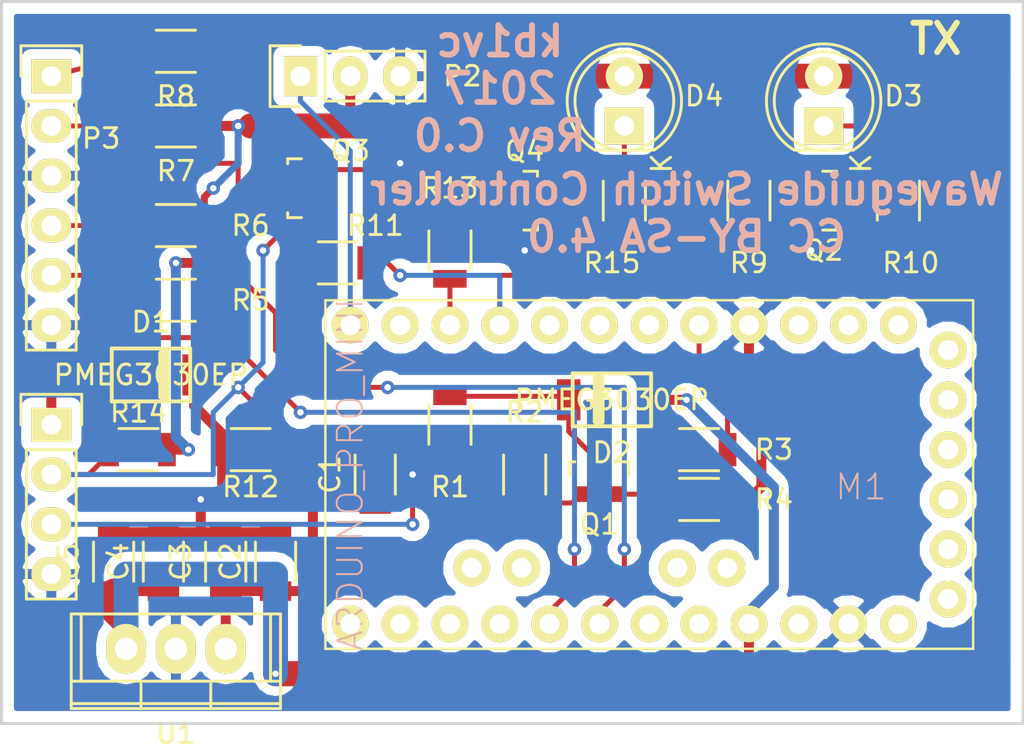
<source format=kicad_pcb>
(kicad_pcb (version 4) (host pcbnew 4.0.4-1.fc24-product)

  (general
    (links 61)
    (no_connects 0)
    (area 69.258467 116.883466 123.900001 156.5262)
    (thickness 1.6)
    (drawings 7)
    (tracks 206)
    (zones 0)
    (modules 33)
    (nets 44)
  )

  (page A4)
  (layers
    (0 F.Cu signal)
    (31 B.Cu signal)
    (34 B.Paste user)
    (35 F.Paste user)
    (36 B.SilkS user)
    (37 F.SilkS user)
    (38 B.Mask user)
    (39 F.Mask user)
    (44 Edge.Cuts user)
  )

  (setup
    (last_trace_width 0.254)
    (trace_clearance 0.2032)
    (zone_clearance 0.508)
    (zone_45_only no)
    (trace_min 0.1524)
    (segment_width 0.2)
    (edge_width 0.15)
    (via_size 0.6858)
    (via_drill 0.3302)
    (via_min_size 0.6858)
    (via_min_drill 0.3302)
    (uvia_size 0.762)
    (uvia_drill 0.508)
    (uvias_allowed no)
    (uvia_min_size 0)
    (uvia_min_drill 0)
    (pcb_text_width 0.3)
    (pcb_text_size 1.5 1.5)
    (mod_edge_width 0.15)
    (mod_text_size 1 1)
    (mod_text_width 0.15)
    (pad_size 2.032 1.7272)
    (pad_drill 1.016)
    (pad_to_mask_clearance 0.2)
    (aux_axis_origin 111.76 127)
    (grid_origin 111.76 127)
    (visible_elements FFFEFF7F)
    (pcbplotparams
      (layerselection 0x00030_80000001)
      (usegerberextensions false)
      (excludeedgelayer true)
      (linewidth 0.100000)
      (plotframeref false)
      (viasonmask false)
      (mode 1)
      (useauxorigin false)
      (hpglpennumber 1)
      (hpglpenspeed 20)
      (hpglpendiameter 15)
      (hpglpenoverlay 2)
      (psnegative false)
      (psa4output false)
      (plotreference true)
      (plotvalue true)
      (plotinvisibletext false)
      (padsonsilk false)
      (subtractmaskfromsilk false)
      (outputformat 1)
      (mirror false)
      (drillshape 1)
      (scaleselection 1)
      (outputdirectory ""))
  )

  (net 0 "")
  (net 1 PTT_IN_RAW_L)
  (net 2 GND)
  (net 3 +12V)
  (net 4 +5V)
  (net 5 "Net-(D1-Pad2)")
  (net 6 "Net-(D3-Pad1)")
  (net 7 "Net-(D4-Pad1)")
  (net 8 "Net-(M1-Pad1)")
  (net 9 "Net-(M1-Pad2)")
  (net 10 "Net-(M1-Pad3)")
  (net 11 TX_EN_IN_H)
  (net 12 "Net-(M1-Pad6)")
  (net 13 "Net-(M1-Pad7)")
  (net 14 "Net-(M1-Pad8)")
  (net 15 TX_ON)
  (net 16 RX_ON)
  (net 17 "Net-(M1-Pad11)")
  (net 18 "Net-(M1-Pad12)")
  (net 19 "Net-(M1-Pad13)")
  (net 20 "Net-(M1-Pad14)")
  (net 21 "Net-(M1-Pad15)")
  (net 22 "Net-(M1-Pad16)")
  (net 23 TX_SENSE)
  (net 24 RX_SENSE)
  (net 25 "Net-(M1-Pad19)")
  (net 26 "Net-(M1-Pad20)")
  (net 27 "Net-(M1-Pad22)")
  (net 28 "Net-(M1-Pad24)")
  (net 29 "Net-(M1-PadA4)")
  (net 30 "Net-(M1-PadA5)")
  (net 31 "Net-(M1-PadA6)")
  (net 32 "Net-(M1-PadA7)")
  (net 33 TX_EN_OUT_L)
  (net 34 "Net-(P3-Pad1)")
  (net 35 "Net-(P3-Pad4)")
  (net 36 "Net-(Q1-Pad1)")
  (net 37 "Net-(Q1-Pad2)")
  (net 38 "Net-(Q2-Pad1)")
  (net 39 "Net-(Q2-Pad3)")
  (net 40 "Net-(Q3-Pad1)")
  (net 41 "Net-(Q4-Pad1)")
  (net 42 "Net-(Q4-Pad3)")
  (net 43 "Net-(D2-Pad1)")

  (net_class Default "This is the default net class."
    (clearance 0.2032)
    (trace_width 0.254)
    (via_dia 0.6858)
    (via_drill 0.3302)
    (uvia_dia 0.762)
    (uvia_drill 0.508)
    (add_net "Net-(D2-Pad1)")
    (add_net "Net-(D3-Pad1)")
    (add_net "Net-(D4-Pad1)")
    (add_net "Net-(M1-Pad1)")
    (add_net "Net-(M1-Pad11)")
    (add_net "Net-(M1-Pad12)")
    (add_net "Net-(M1-Pad13)")
    (add_net "Net-(M1-Pad14)")
    (add_net "Net-(M1-Pad15)")
    (add_net "Net-(M1-Pad16)")
    (add_net "Net-(M1-Pad19)")
    (add_net "Net-(M1-Pad2)")
    (add_net "Net-(M1-Pad20)")
    (add_net "Net-(M1-Pad22)")
    (add_net "Net-(M1-Pad24)")
    (add_net "Net-(M1-Pad3)")
    (add_net "Net-(M1-Pad6)")
    (add_net "Net-(M1-Pad7)")
    (add_net "Net-(M1-Pad8)")
    (add_net "Net-(M1-PadA4)")
    (add_net "Net-(M1-PadA5)")
    (add_net "Net-(M1-PadA6)")
    (add_net "Net-(M1-PadA7)")
    (add_net "Net-(P3-Pad1)")
    (add_net "Net-(P3-Pad4)")
    (add_net "Net-(Q1-Pad1)")
    (add_net "Net-(Q1-Pad2)")
    (add_net "Net-(Q2-Pad1)")
    (add_net "Net-(Q2-Pad3)")
    (add_net "Net-(Q3-Pad1)")
    (add_net "Net-(Q4-Pad1)")
    (add_net "Net-(Q4-Pad3)")
    (add_net PTT_IN_RAW_L)
    (add_net RX_ON)
    (add_net RX_SENSE)
    (add_net TX_EN_IN_H)
    (add_net TX_EN_OUT_L)
    (add_net TX_ON)
    (add_net TX_SENSE)
  )

  (net_class bigrail ""
    (clearance 0.2032)
    (trace_width 1.27)
    (via_dia 0.6858)
    (via_drill 0.3302)
    (uvia_dia 0.762)
    (uvia_drill 0.508)
  )

  (net_class gnd ""
    (clearance 0.2032)
    (trace_width 0.508)
    (via_dia 0.6858)
    (via_drill 0.3302)
    (uvia_dia 0.762)
    (uvia_drill 0.508)
    (add_net GND)
  )

  (net_class power ""
    (clearance 0.2032)
    (trace_width 0.508)
    (via_dia 0.6858)
    (via_drill 0.3302)
    (uvia_dia 0.762)
    (uvia_drill 0)
    (add_net +12V)
    (add_net +5V)
    (add_net "Net-(D1-Pad2)")
  )

  (module LEDs:LED-5MM (layer F.Cu) (tedit 58D33D3D) (tstamp 58D32064)
    (at 113.665 124.46 90)
    (descr "LED 5mm round vertical")
    (tags "LED 5mm round vertical")
    (path /58C517E6)
    (fp_text reference D3 (at 1.524 4.064 180) (layer F.SilkS)
      (effects (font (size 1 1) (thickness 0.15)))
    )
    (fp_text value "GRN LED" (at 1.524 -3.937 90) (layer F.Fab)
      (effects (font (size 1 1) (thickness 0.15)))
    )
    (fp_line (start -1.5 -1.55) (end -1.5 1.55) (layer F.CrtYd) (width 0.05))
    (fp_arc (start 1.3 0) (end -1.5 1.55) (angle -302) (layer F.CrtYd) (width 0.05))
    (fp_arc (start 1.27 0) (end -1.23 -1.5) (angle 297.5) (layer F.SilkS) (width 0.15))
    (fp_line (start -1.23 1.5) (end -1.23 -1.5) (layer F.SilkS) (width 0.15))
    (fp_circle (center 1.27 0) (end 0.97 -2.5) (layer F.SilkS) (width 0.15))
    (fp_text user K (at -1.905 1.905 90) (layer F.SilkS)
      (effects (font (size 1 1) (thickness 0.15)))
    )
    (pad 1 thru_hole rect (at 0 0 180) (size 2 1.9) (drill 1.00076) (layers *.Cu *.Mask F.SilkS)
      (net 6 "Net-(D3-Pad1)"))
    (pad 2 thru_hole circle (at 2.54 0 90) (size 1.9 1.9) (drill 1.00076) (layers *.Cu *.Mask F.SilkS)
      (net 4 +5V))
    (model LEDs.3dshapes/LED-5MM.wrl
      (at (xyz 0.05 0 0))
      (scale (xyz 1 1 1))
      (rotate (xyz 0 0 90))
    )
  )

  (module LEDs:LED-5MM (layer F.Cu) (tedit 58D33D3B) (tstamp 58D3206A)
    (at 103.505 124.46 90)
    (descr "LED 5mm round vertical")
    (tags "LED 5mm round vertical")
    (path /58C51A48)
    (fp_text reference D4 (at 1.524 4.064 180) (layer F.SilkS)
      (effects (font (size 1 1) (thickness 0.15)))
    )
    (fp_text value "RED LED" (at 1.524 -3.937 90) (layer F.Fab)
      (effects (font (size 1 1) (thickness 0.15)))
    )
    (fp_line (start -1.5 -1.55) (end -1.5 1.55) (layer F.CrtYd) (width 0.05))
    (fp_arc (start 1.3 0) (end -1.5 1.55) (angle -302) (layer F.CrtYd) (width 0.05))
    (fp_arc (start 1.27 0) (end -1.23 -1.5) (angle 297.5) (layer F.SilkS) (width 0.15))
    (fp_line (start -1.23 1.5) (end -1.23 -1.5) (layer F.SilkS) (width 0.15))
    (fp_circle (center 1.27 0) (end 0.97 -2.5) (layer F.SilkS) (width 0.15))
    (fp_text user K (at -1.905 1.905 90) (layer F.SilkS)
      (effects (font (size 1 1) (thickness 0.15)))
    )
    (pad 1 thru_hole rect (at 0 0 180) (size 2 1.9) (drill 1.00076) (layers *.Cu *.Mask F.SilkS)
      (net 7 "Net-(D4-Pad1)"))
    (pad 2 thru_hole circle (at 2.54 0 90) (size 1.9 1.9) (drill 1.00076) (layers *.Cu *.Mask F.SilkS)
      (net 4 +5V))
    (model LEDs.3dshapes/LED-5MM.wrl
      (at (xyz 0.05 0 0))
      (scale (xyz 1 1 1))
      (rotate (xyz 0 0 90))
    )
  )

  (module SparkFun-Boards:ARDUINO_PRO_MINI (layer F.Cu) (tedit 58D33D77) (tstamp 58D32090)
    (at 104.775 142.24 270)
    (path /58C52183)
    (attr virtual)
    (fp_text reference M1 (at 0.635 -10.795 360) (layer B.SilkS)
      (effects (font (size 1.27 1.27) (thickness 0.1016)))
    )
    (fp_text value ARDUINO_PRO_MINI (at 0 15.24 270) (layer B.SilkS)
      (effects (font (size 1.27 1.27) (thickness 0.1016)))
    )
    (fp_line (start -8.89 -16.51) (end -8.89 16.51) (layer F.SilkS) (width 0.127))
    (fp_line (start -8.89 16.51) (end 8.89 16.51) (layer F.SilkS) (width 0.127))
    (fp_line (start 8.89 16.51) (end 8.89 -16.51) (layer F.SilkS) (width 0.127))
    (fp_line (start 8.89 -16.51) (end -8.89 -16.51) (layer F.SilkS) (width 0.127))
    (pad 1 thru_hole circle (at -7.62 -12.7 270) (size 1.8796 1.8796) (drill 1.016) (layers *.Cu F.Paste F.SilkS F.Mask)
      (net 8 "Net-(M1-Pad1)"))
    (pad 2 thru_hole circle (at -7.62 -10.16 270) (size 1.8796 1.8796) (drill 1.016) (layers *.Cu F.Paste F.SilkS F.Mask)
      (net 9 "Net-(M1-Pad2)"))
    (pad 3 thru_hole circle (at -7.62 -7.62 270) (size 1.8796 1.8796) (drill 1.016) (layers *.Cu F.Paste F.SilkS F.Mask)
      (net 10 "Net-(M1-Pad3)"))
    (pad 4 thru_hole circle (at -7.62 -5.08 270) (size 1.8796 1.8796) (drill 1.016) (layers *.Cu F.Paste F.SilkS F.Mask)
      (net 2 GND))
    (pad 5 thru_hole circle (at -7.62 -2.54 270) (size 1.8796 1.8796) (drill 1.016) (layers *.Cu F.Paste F.SilkS F.Mask)
      (net 11 TX_EN_IN_H))
    (pad 6 thru_hole circle (at -7.62 0 270) (size 1.8796 1.8796) (drill 1.016) (layers *.Cu F.Paste F.SilkS F.Mask)
      (net 12 "Net-(M1-Pad6)"))
    (pad 7 thru_hole circle (at -7.62 2.54 270) (size 1.8796 1.8796) (drill 1.016) (layers *.Cu F.Paste F.SilkS F.Mask)
      (net 13 "Net-(M1-Pad7)"))
    (pad 8 thru_hole circle (at -7.62 5.08 270) (size 1.8796 1.8796) (drill 1.016) (layers *.Cu F.Paste F.SilkS F.Mask)
      (net 14 "Net-(M1-Pad8)"))
    (pad 9 thru_hole circle (at -7.62 7.62 270) (size 1.8796 1.8796) (drill 1.016) (layers *.Cu F.Paste F.SilkS F.Mask)
      (net 15 TX_ON))
    (pad 10 thru_hole circle (at -7.62 10.16 270) (size 1.8796 1.8796) (drill 1.016) (layers *.Cu F.Paste F.SilkS F.Mask)
      (net 16 RX_ON))
    (pad 11 thru_hole circle (at -7.62 12.7 270) (size 1.8796 1.8796) (drill 1.016) (layers *.Cu F.Paste F.SilkS F.Mask)
      (net 17 "Net-(M1-Pad11)"))
    (pad 12 thru_hole circle (at -7.62 15.24 270) (size 1.8796 1.8796) (drill 1.016) (layers *.Cu F.Paste F.SilkS F.Mask)
      (net 18 "Net-(M1-Pad12)"))
    (pad 13 thru_hole circle (at 7.62 15.24 270) (size 1.8796 1.8796) (drill 1.016) (layers *.Cu F.Paste F.SilkS F.Mask)
      (net 19 "Net-(M1-Pad13)"))
    (pad 14 thru_hole circle (at 7.62 12.7 270) (size 1.8796 1.8796) (drill 1.016) (layers *.Cu F.Paste F.SilkS F.Mask)
      (net 20 "Net-(M1-Pad14)"))
    (pad 15 thru_hole circle (at 7.62 10.16 270) (size 1.8796 1.8796) (drill 1.016) (layers *.Cu F.Paste F.SilkS F.Mask)
      (net 21 "Net-(M1-Pad15)"))
    (pad 16 thru_hole circle (at 7.62 7.62 270) (size 1.8796 1.8796) (drill 1.016) (layers *.Cu F.Paste F.SilkS F.Mask)
      (net 22 "Net-(M1-Pad16)"))
    (pad 17 thru_hole circle (at 7.62 5.08 270) (size 1.8796 1.8796) (drill 1.016) (layers *.Cu F.Paste F.SilkS F.Mask)
      (net 23 TX_SENSE))
    (pad 18 thru_hole circle (at 7.62 2.54 270) (size 1.8796 1.8796) (drill 1.016) (layers *.Cu F.Paste F.SilkS F.Mask)
      (net 24 RX_SENSE))
    (pad 19 thru_hole circle (at 7.62 0 270) (size 1.8796 1.8796) (drill 1.016) (layers *.Cu F.Paste F.SilkS F.Mask)
      (net 25 "Net-(M1-Pad19)"))
    (pad 20 thru_hole circle (at 7.62 -2.54 270) (size 1.8796 1.8796) (drill 1.016) (layers *.Cu F.Paste F.SilkS F.Mask)
      (net 26 "Net-(M1-Pad20)"))
    (pad 21 thru_hole circle (at 7.62 -5.08 270) (size 1.8796 1.8796) (drill 1.016) (layers *.Cu F.Paste F.SilkS F.Mask)
      (net 4 +5V))
    (pad 22 thru_hole circle (at 7.62 -7.62 270) (size 1.8796 1.8796) (drill 1.016) (layers *.Cu F.Paste F.SilkS F.Mask)
      (net 27 "Net-(M1-Pad22)"))
    (pad 23 thru_hole circle (at 7.62 -10.16 270) (size 1.8796 1.8796) (drill 1.016) (layers *.Cu F.Paste F.SilkS F.Mask)
      (net 2 GND))
    (pad 24 thru_hole circle (at 7.62 -12.7 270) (size 1.8796 1.8796) (drill 1.016) (layers *.Cu F.Paste F.SilkS F.Mask)
      (net 28 "Net-(M1-Pad24)"))
    (pad A4 thru_hole circle (at 4.7625 -1.42748 270) (size 1.8796 1.8796) (drill 1.016) (layers *.Cu F.Paste F.SilkS F.Mask)
      (net 29 "Net-(M1-PadA4)"))
    (pad A5 thru_hole circle (at 4.7625 -3.96748 270) (size 1.8796 1.8796) (drill 1.016) (layers *.Cu F.Paste F.SilkS F.Mask)
      (net 30 "Net-(M1-PadA5)"))
    (pad A6 thru_hole circle (at 4.7625 9.04748 270) (size 1.8796 1.8796) (drill 1.016) (layers *.Cu F.Paste F.SilkS F.Mask)
      (net 31 "Net-(M1-PadA6)"))
    (pad A7 thru_hole circle (at 4.7625 6.50748 270) (size 1.8796 1.8796) (drill 1.016) (layers *.Cu F.Paste F.SilkS F.Mask)
      (net 32 "Net-(M1-PadA7)"))
    (pad BLK thru_hole circle (at -6.35 -15.24 270) (size 1.8796 1.8796) (drill 1.016) (layers *.Cu F.Paste F.SilkS F.Mask))
    (pad GND thru_hole circle (at -3.81 -15.24 270) (size 1.8796 1.8796) (drill 1.016) (layers *.Cu F.Paste F.SilkS F.Mask))
    (pad GRN thru_hole circle (at 6.35 -15.24 270) (size 1.8796 1.8796) (drill 1.016) (layers *.Cu F.Paste F.SilkS F.Mask))
    (pad RXI thru_hole circle (at 1.27 -15.24 270) (size 1.8796 1.8796) (drill 1.016) (layers *.Cu F.Paste F.SilkS F.Mask))
    (pad TXO thru_hole circle (at 3.81 -15.24 270) (size 1.8796 1.8796) (drill 1.016) (layers *.Cu F.Paste F.SilkS F.Mask))
    (pad VCC thru_hole circle (at -1.27 -15.24 270) (size 1.8796 1.8796) (drill 1.016) (layers *.Cu F.Paste F.SilkS F.Mask))
  )

  (module Pin_Headers:Pin_Header_Straight_1x04 (layer F.Cu) (tedit 58D67AAB) (tstamp 58D32098)
    (at 74.295 139.7)
    (descr "Through hole pin header")
    (tags "pin header")
    (path /58C4A0ED)
    (fp_text reference P1 (at 0 -5.1) (layer F.SilkS)
      (effects (font (size 1 1) (thickness 0.15)))
    )
    (fp_text value CONN_01X04 (at 0 -3.1) (layer F.Fab)
      (effects (font (size 1 1) (thickness 0.15)))
    )
    (fp_line (start -1.75 -1.75) (end -1.75 9.4) (layer F.CrtYd) (width 0.05))
    (fp_line (start 1.75 -1.75) (end 1.75 9.4) (layer F.CrtYd) (width 0.05))
    (fp_line (start -1.75 -1.75) (end 1.75 -1.75) (layer F.CrtYd) (width 0.05))
    (fp_line (start -1.75 9.4) (end 1.75 9.4) (layer F.CrtYd) (width 0.05))
    (fp_line (start -1.27 1.27) (end -1.27 8.89) (layer F.SilkS) (width 0.15))
    (fp_line (start 1.27 1.27) (end 1.27 8.89) (layer F.SilkS) (width 0.15))
    (fp_line (start 1.55 -1.55) (end 1.55 0) (layer F.SilkS) (width 0.15))
    (fp_line (start -1.27 8.89) (end 1.27 8.89) (layer F.SilkS) (width 0.15))
    (fp_line (start 1.27 1.27) (end -1.27 1.27) (layer F.SilkS) (width 0.15))
    (fp_line (start -1.55 0) (end -1.55 -1.55) (layer F.SilkS) (width 0.15))
    (fp_line (start -1.55 -1.55) (end 1.55 -1.55) (layer F.SilkS) (width 0.15))
    (pad 1 thru_hole rect (at 0 0) (size 2.032 1.7272) (drill 1.016) (layers *.Cu *.Mask F.SilkS)
      (net 5 "Net-(D1-Pad2)"))
    (pad 2 thru_hole oval (at 0 2.54) (size 2.032 1.7272) (drill 1.016) (layers *.Cu *.Mask F.SilkS)
      (net 33 TX_EN_OUT_L))
    (pad 3 thru_hole oval (at 0 5.08) (size 2.032 1.7272) (drill 1.016) (layers *.Cu *.Mask F.SilkS)
      (net 1 PTT_IN_RAW_L))
    (pad 4 thru_hole oval (at 0 7.62) (size 2.032 1.7272) (drill 1.016) (layers *.Cu *.Mask F.SilkS)
      (net 2 GND))
    (model Pin_Headers.3dshapes/Pin_Header_Straight_1x04.wrl
      (at (xyz 0 -0.15 0))
      (scale (xyz 1 1 1))
      (rotate (xyz 0 0 90))
    )
  )

  (module Pin_Headers:Pin_Header_Straight_1x03 (layer F.Cu) (tedit 58D33D1D) (tstamp 58D3209F)
    (at 86.995 121.92 90)
    (descr "Through hole pin header")
    (tags "pin header")
    (path /58C4A16E)
    (fp_text reference P2 (at 0 8.255 180) (layer F.SilkS)
      (effects (font (size 1 1) (thickness 0.15)))
    )
    (fp_text value CONN_01X03 (at 0 -3.1 90) (layer F.Fab)
      (effects (font (size 1 1) (thickness 0.15)))
    )
    (fp_line (start -1.75 -1.75) (end -1.75 6.85) (layer F.CrtYd) (width 0.05))
    (fp_line (start 1.75 -1.75) (end 1.75 6.85) (layer F.CrtYd) (width 0.05))
    (fp_line (start -1.75 -1.75) (end 1.75 -1.75) (layer F.CrtYd) (width 0.05))
    (fp_line (start -1.75 6.85) (end 1.75 6.85) (layer F.CrtYd) (width 0.05))
    (fp_line (start -1.27 1.27) (end -1.27 6.35) (layer F.SilkS) (width 0.15))
    (fp_line (start -1.27 6.35) (end 1.27 6.35) (layer F.SilkS) (width 0.15))
    (fp_line (start 1.27 6.35) (end 1.27 1.27) (layer F.SilkS) (width 0.15))
    (fp_line (start 1.55 -1.55) (end 1.55 0) (layer F.SilkS) (width 0.15))
    (fp_line (start 1.27 1.27) (end -1.27 1.27) (layer F.SilkS) (width 0.15))
    (fp_line (start -1.55 0) (end -1.55 -1.55) (layer F.SilkS) (width 0.15))
    (fp_line (start -1.55 -1.55) (end 1.55 -1.55) (layer F.SilkS) (width 0.15))
    (pad 1 thru_hole rect (at 0 0 90) (size 2.032 1.7272) (drill 1.016) (layers *.Cu *.Mask F.SilkS)
      (net 18 "Net-(M1-Pad12)"))
    (pad 2 thru_hole oval (at 0 2.54 90) (size 2.032 1.7272) (drill 1.016) (layers *.Cu *.Mask F.SilkS)
      (net 4 +5V))
    (pad 3 thru_hole oval (at 0 5.08 90) (size 2.032 1.7272) (drill 1.016) (layers *.Cu *.Mask F.SilkS)
      (net 2 GND))
    (model Pin_Headers.3dshapes/Pin_Header_Straight_1x03.wrl
      (at (xyz 0 -0.1 0))
      (scale (xyz 1 1 1))
      (rotate (xyz 0 0 90))
    )
  )

  (module Pin_Headers:Pin_Header_Straight_1x06 (layer F.Cu) (tedit 58D33D07) (tstamp 58D320A9)
    (at 74.295 121.92)
    (descr "Through hole pin header")
    (tags "pin header")
    (path /58C4A1F1)
    (fp_text reference P3 (at 2.54 3.175) (layer F.SilkS)
      (effects (font (size 1 1) (thickness 0.15)))
    )
    (fp_text value CONN_01X06 (at 0 -3.1) (layer F.Fab)
      (effects (font (size 1 1) (thickness 0.15)))
    )
    (fp_line (start -1.75 -1.75) (end -1.75 14.45) (layer F.CrtYd) (width 0.05))
    (fp_line (start 1.75 -1.75) (end 1.75 14.45) (layer F.CrtYd) (width 0.05))
    (fp_line (start -1.75 -1.75) (end 1.75 -1.75) (layer F.CrtYd) (width 0.05))
    (fp_line (start -1.75 14.45) (end 1.75 14.45) (layer F.CrtYd) (width 0.05))
    (fp_line (start 1.27 1.27) (end 1.27 13.97) (layer F.SilkS) (width 0.15))
    (fp_line (start 1.27 13.97) (end -1.27 13.97) (layer F.SilkS) (width 0.15))
    (fp_line (start -1.27 13.97) (end -1.27 1.27) (layer F.SilkS) (width 0.15))
    (fp_line (start 1.55 -1.55) (end 1.55 0) (layer F.SilkS) (width 0.15))
    (fp_line (start 1.27 1.27) (end -1.27 1.27) (layer F.SilkS) (width 0.15))
    (fp_line (start -1.55 0) (end -1.55 -1.55) (layer F.SilkS) (width 0.15))
    (fp_line (start -1.55 -1.55) (end 1.55 -1.55) (layer F.SilkS) (width 0.15))
    (pad 1 thru_hole rect (at 0 0) (size 2.032 1.7272) (drill 1.016) (layers *.Cu *.Mask F.SilkS)
      (net 34 "Net-(P3-Pad1)"))
    (pad 2 thru_hole oval (at 0 2.54) (size 2.032 1.7272) (drill 1.016) (layers *.Cu *.Mask F.SilkS)
      (net 24 RX_SENSE))
    (pad 3 thru_hole oval (at 0 5.08) (size 2.032 1.7272) (drill 1.016) (layers *.Cu *.Mask F.SilkS)
      (net 2 GND))
    (pad 4 thru_hole oval (at 0 7.62) (size 2.032 1.7272) (drill 1.016) (layers *.Cu *.Mask F.SilkS)
      (net 35 "Net-(P3-Pad4)"))
    (pad 5 thru_hole oval (at 0 10.16) (size 2.032 1.7272) (drill 1.016) (layers *.Cu *.Mask F.SilkS)
      (net 23 TX_SENSE))
    (pad 6 thru_hole oval (at 0 12.7) (size 2.032 1.7272) (drill 1.016) (layers *.Cu *.Mask F.SilkS)
      (net 2 GND))
    (model Pin_Headers.3dshapes/Pin_Header_Straight_1x06.wrl
      (at (xyz 0 -0.25 0))
      (scale (xyz 1 1 1))
      (rotate (xyz 0 0 90))
    )
  )

  (module TO_SOT_Packages_SMD:SOT-23 (layer F.Cu) (tedit 58D33CE2) (tstamp 58D320B0)
    (at 102.235 142.24)
    (descr "SOT-23, Standard")
    (tags SOT-23)
    (path /58C4A3C8)
    (attr smd)
    (fp_text reference Q1 (at 0 2.54) (layer F.SilkS)
      (effects (font (size 1 1) (thickness 0.15)))
    )
    (fp_text value MMBT3906 (at 0 2.3) (layer F.Fab)
      (effects (font (size 1 1) (thickness 0.15)))
    )
    (fp_line (start -1.65 -1.6) (end 1.65 -1.6) (layer F.CrtYd) (width 0.05))
    (fp_line (start 1.65 -1.6) (end 1.65 1.6) (layer F.CrtYd) (width 0.05))
    (fp_line (start 1.65 1.6) (end -1.65 1.6) (layer F.CrtYd) (width 0.05))
    (fp_line (start -1.65 1.6) (end -1.65 -1.6) (layer F.CrtYd) (width 0.05))
    (fp_line (start 1.29916 -0.65024) (end 1.2509 -0.65024) (layer F.SilkS) (width 0.15))
    (fp_line (start -1.49982 0.0508) (end -1.49982 -0.65024) (layer F.SilkS) (width 0.15))
    (fp_line (start -1.49982 -0.65024) (end -1.2509 -0.65024) (layer F.SilkS) (width 0.15))
    (fp_line (start 1.29916 -0.65024) (end 1.49982 -0.65024) (layer F.SilkS) (width 0.15))
    (fp_line (start 1.49982 -0.65024) (end 1.49982 0.0508) (layer F.SilkS) (width 0.15))
    (pad 1 smd rect (at -0.95 1.00076) (size 0.8001 0.8001) (layers F.Cu F.Paste F.Mask)
      (net 36 "Net-(Q1-Pad1)"))
    (pad 2 smd rect (at 0.95 1.00076) (size 0.8001 0.8001) (layers F.Cu F.Paste F.Mask)
      (net 37 "Net-(Q1-Pad2)"))
    (pad 3 smd rect (at 0 -0.99822) (size 0.8001 0.8001) (layers F.Cu F.Paste F.Mask)
      (net 43 "Net-(D2-Pad1)"))
    (model TO_SOT_Packages_SMD.3dshapes/SOT-23.wrl
      (at (xyz 0 0 0))
      (scale (xyz 1 1 1))
      (rotate (xyz 0 0 0))
    )
  )

  (module TO_SOT_Packages_SMD:SOT-23 (layer F.Cu) (tedit 58D33D37) (tstamp 58D320B7)
    (at 113.665 128.27 270)
    (descr "SOT-23, Standard")
    (tags SOT-23)
    (path /58C4A319)
    (attr smd)
    (fp_text reference Q2 (at 2.54 0 360) (layer F.SilkS)
      (effects (font (size 1 1) (thickness 0.15)))
    )
    (fp_text value MMBT3904 (at 0 2.3 270) (layer F.Fab)
      (effects (font (size 1 1) (thickness 0.15)))
    )
    (fp_line (start -1.65 -1.6) (end 1.65 -1.6) (layer F.CrtYd) (width 0.05))
    (fp_line (start 1.65 -1.6) (end 1.65 1.6) (layer F.CrtYd) (width 0.05))
    (fp_line (start 1.65 1.6) (end -1.65 1.6) (layer F.CrtYd) (width 0.05))
    (fp_line (start -1.65 1.6) (end -1.65 -1.6) (layer F.CrtYd) (width 0.05))
    (fp_line (start 1.29916 -0.65024) (end 1.2509 -0.65024) (layer F.SilkS) (width 0.15))
    (fp_line (start -1.49982 0.0508) (end -1.49982 -0.65024) (layer F.SilkS) (width 0.15))
    (fp_line (start -1.49982 -0.65024) (end -1.2509 -0.65024) (layer F.SilkS) (width 0.15))
    (fp_line (start 1.29916 -0.65024) (end 1.49982 -0.65024) (layer F.SilkS) (width 0.15))
    (fp_line (start 1.49982 -0.65024) (end 1.49982 0.0508) (layer F.SilkS) (width 0.15))
    (pad 1 smd rect (at -0.95 1.00076 270) (size 0.8001 0.8001) (layers F.Cu F.Paste F.Mask)
      (net 38 "Net-(Q2-Pad1)"))
    (pad 2 smd rect (at 0.95 1.00076 270) (size 0.8001 0.8001) (layers F.Cu F.Paste F.Mask)
      (net 2 GND))
    (pad 3 smd rect (at 0 -0.99822 270) (size 0.8001 0.8001) (layers F.Cu F.Paste F.Mask)
      (net 39 "Net-(Q2-Pad3)"))
    (model TO_SOT_Packages_SMD.3dshapes/SOT-23.wrl
      (at (xyz 0 0 0))
      (scale (xyz 1 1 1))
      (rotate (xyz 0 0 0))
    )
  )

  (module TO_SOT_Packages_SMD:SOT-23 (layer F.Cu) (tedit 58D33D50) (tstamp 58D320BE)
    (at 86.995 127.635 90)
    (descr "SOT-23, Standard")
    (tags SOT-23)
    (path /58C4A39F)
    (attr smd)
    (fp_text reference Q3 (at 1.905 2.54 180) (layer F.SilkS)
      (effects (font (size 1 1) (thickness 0.15)))
    )
    (fp_text value MMBT3904 (at 0 2.3 90) (layer F.Fab)
      (effects (font (size 1 1) (thickness 0.15)))
    )
    (fp_line (start -1.65 -1.6) (end 1.65 -1.6) (layer F.CrtYd) (width 0.05))
    (fp_line (start 1.65 -1.6) (end 1.65 1.6) (layer F.CrtYd) (width 0.05))
    (fp_line (start 1.65 1.6) (end -1.65 1.6) (layer F.CrtYd) (width 0.05))
    (fp_line (start -1.65 1.6) (end -1.65 -1.6) (layer F.CrtYd) (width 0.05))
    (fp_line (start 1.29916 -0.65024) (end 1.2509 -0.65024) (layer F.SilkS) (width 0.15))
    (fp_line (start -1.49982 0.0508) (end -1.49982 -0.65024) (layer F.SilkS) (width 0.15))
    (fp_line (start -1.49982 -0.65024) (end -1.2509 -0.65024) (layer F.SilkS) (width 0.15))
    (fp_line (start 1.29916 -0.65024) (end 1.49982 -0.65024) (layer F.SilkS) (width 0.15))
    (fp_line (start 1.49982 -0.65024) (end 1.49982 0.0508) (layer F.SilkS) (width 0.15))
    (pad 1 smd rect (at -0.95 1.00076 90) (size 0.8001 0.8001) (layers F.Cu F.Paste F.Mask)
      (net 40 "Net-(Q3-Pad1)"))
    (pad 2 smd rect (at 0.95 1.00076 90) (size 0.8001 0.8001) (layers F.Cu F.Paste F.Mask)
      (net 2 GND))
    (pad 3 smd rect (at 0 -0.99822 90) (size 0.8001 0.8001) (layers F.Cu F.Paste F.Mask)
      (net 33 TX_EN_OUT_L))
    (model TO_SOT_Packages_SMD.3dshapes/SOT-23.wrl
      (at (xyz 0 0 0))
      (scale (xyz 1 1 1))
      (rotate (xyz 0 0 0))
    )
  )

  (module TO_SOT_Packages_SMD:SOT-23 (layer F.Cu) (tedit 58D33D1B) (tstamp 58D320C5)
    (at 98.425 128.27 270)
    (descr "SOT-23, Standard")
    (tags SOT-23)
    (path /58C4A356)
    (attr smd)
    (fp_text reference Q4 (at -2.54 0 360) (layer F.SilkS)
      (effects (font (size 1 1) (thickness 0.15)))
    )
    (fp_text value MMBT3904 (at 0 2.3 270) (layer F.Fab)
      (effects (font (size 1 1) (thickness 0.15)))
    )
    (fp_line (start -1.65 -1.6) (end 1.65 -1.6) (layer F.CrtYd) (width 0.05))
    (fp_line (start 1.65 -1.6) (end 1.65 1.6) (layer F.CrtYd) (width 0.05))
    (fp_line (start 1.65 1.6) (end -1.65 1.6) (layer F.CrtYd) (width 0.05))
    (fp_line (start -1.65 1.6) (end -1.65 -1.6) (layer F.CrtYd) (width 0.05))
    (fp_line (start 1.29916 -0.65024) (end 1.2509 -0.65024) (layer F.SilkS) (width 0.15))
    (fp_line (start -1.49982 0.0508) (end -1.49982 -0.65024) (layer F.SilkS) (width 0.15))
    (fp_line (start -1.49982 -0.65024) (end -1.2509 -0.65024) (layer F.SilkS) (width 0.15))
    (fp_line (start 1.29916 -0.65024) (end 1.49982 -0.65024) (layer F.SilkS) (width 0.15))
    (fp_line (start 1.49982 -0.65024) (end 1.49982 0.0508) (layer F.SilkS) (width 0.15))
    (pad 1 smd rect (at -0.95 1.00076 270) (size 0.8001 0.8001) (layers F.Cu F.Paste F.Mask)
      (net 41 "Net-(Q4-Pad1)"))
    (pad 2 smd rect (at 0.95 1.00076 270) (size 0.8001 0.8001) (layers F.Cu F.Paste F.Mask)
      (net 2 GND))
    (pad 3 smd rect (at 0 -0.99822 270) (size 0.8001 0.8001) (layers F.Cu F.Paste F.Mask)
      (net 42 "Net-(Q4-Pad3)"))
    (model TO_SOT_Packages_SMD.3dshapes/SOT-23.wrl
      (at (xyz 0 0 0))
      (scale (xyz 1 1 1))
      (rotate (xyz 0 0 0))
    )
  )

  (module Resistors_SMD:R_1206 (layer F.Cu) (tedit 58D33CD0) (tstamp 58D320CB)
    (at 94.615 139.7 90)
    (descr "Resistor SMD 1206, reflow soldering, Vishay (see dcrcw.pdf)")
    (tags "resistor 1206")
    (path /58C4B08E)
    (attr smd)
    (fp_text reference R1 (at -3.175 0 180) (layer F.SilkS)
      (effects (font (size 1 1) (thickness 0.15)))
    )
    (fp_text value 10K (at 0 2.3 90) (layer F.Fab)
      (effects (font (size 1 1) (thickness 0.15)))
    )
    (fp_line (start -2.2 -1.2) (end 2.2 -1.2) (layer F.CrtYd) (width 0.05))
    (fp_line (start -2.2 1.2) (end 2.2 1.2) (layer F.CrtYd) (width 0.05))
    (fp_line (start -2.2 -1.2) (end -2.2 1.2) (layer F.CrtYd) (width 0.05))
    (fp_line (start 2.2 -1.2) (end 2.2 1.2) (layer F.CrtYd) (width 0.05))
    (fp_line (start 1 1.075) (end -1 1.075) (layer F.SilkS) (width 0.15))
    (fp_line (start -1 -1.075) (end 1 -1.075) (layer F.SilkS) (width 0.15))
    (pad 1 smd rect (at -1.45 0 90) (size 0.9 1.7) (layers F.Cu F.Paste F.Mask)
      (net 1 PTT_IN_RAW_L))
    (pad 2 smd rect (at 1.45 0 90) (size 0.9 1.7) (layers F.Cu F.Paste F.Mask)
      (net 43 "Net-(D2-Pad1)"))
    (model Resistors_SMD.3dshapes/R_1206.wrl
      (at (xyz 0 0 0))
      (scale (xyz 1 1 1))
      (rotate (xyz 0 0 0))
    )
  )

  (module Resistors_SMD:R_1206 (layer F.Cu) (tedit 58D33CD8) (tstamp 58D320D1)
    (at 98.425 142.24 90)
    (descr "Resistor SMD 1206, reflow soldering, Vishay (see dcrcw.pdf)")
    (tags "resistor 1206")
    (path /58C4AF94)
    (attr smd)
    (fp_text reference R2 (at 3.175 0 180) (layer F.SilkS)
      (effects (font (size 1 1) (thickness 0.15)))
    )
    (fp_text value 10K (at 0 2.3 90) (layer F.Fab)
      (effects (font (size 1 1) (thickness 0.15)))
    )
    (fp_line (start -2.2 -1.2) (end 2.2 -1.2) (layer F.CrtYd) (width 0.05))
    (fp_line (start -2.2 1.2) (end 2.2 1.2) (layer F.CrtYd) (width 0.05))
    (fp_line (start -2.2 -1.2) (end -2.2 1.2) (layer F.CrtYd) (width 0.05))
    (fp_line (start 2.2 -1.2) (end 2.2 1.2) (layer F.CrtYd) (width 0.05))
    (fp_line (start 1 1.075) (end -1 1.075) (layer F.SilkS) (width 0.15))
    (fp_line (start -1 -1.075) (end 1 -1.075) (layer F.SilkS) (width 0.15))
    (pad 1 smd rect (at -1.45 0 90) (size 0.9 1.7) (layers F.Cu F.Paste F.Mask)
      (net 36 "Net-(Q1-Pad1)"))
    (pad 2 smd rect (at 1.45 0 90) (size 0.9 1.7) (layers F.Cu F.Paste F.Mask)
      (net 1 PTT_IN_RAW_L))
    (model Resistors_SMD.3dshapes/R_1206.wrl
      (at (xyz 0 0 0))
      (scale (xyz 1 1 1))
      (rotate (xyz 0 0 0))
    )
  )

  (module Resistors_SMD:R_1206 (layer F.Cu) (tedit 58D33CEA) (tstamp 58D320D7)
    (at 107.315 143.51)
    (descr "Resistor SMD 1206, reflow soldering, Vishay (see dcrcw.pdf)")
    (tags "resistor 1206")
    (path /58C4AE5C)
    (attr smd)
    (fp_text reference R3 (at 3.81 -2.54) (layer F.SilkS)
      (effects (font (size 1 1) (thickness 0.15)))
    )
    (fp_text value 10K (at 0 2.3) (layer F.Fab)
      (effects (font (size 1 1) (thickness 0.15)))
    )
    (fp_line (start -2.2 -1.2) (end 2.2 -1.2) (layer F.CrtYd) (width 0.05))
    (fp_line (start -2.2 1.2) (end 2.2 1.2) (layer F.CrtYd) (width 0.05))
    (fp_line (start -2.2 -1.2) (end -2.2 1.2) (layer F.CrtYd) (width 0.05))
    (fp_line (start 2.2 -1.2) (end 2.2 1.2) (layer F.CrtYd) (width 0.05))
    (fp_line (start 1 1.075) (end -1 1.075) (layer F.SilkS) (width 0.15))
    (fp_line (start -1 -1.075) (end 1 -1.075) (layer F.SilkS) (width 0.15))
    (pad 1 smd rect (at -1.45 0) (size 0.9 1.7) (layers F.Cu F.Paste F.Mask)
      (net 37 "Net-(Q1-Pad2)"))
    (pad 2 smd rect (at 1.45 0) (size 0.9 1.7) (layers F.Cu F.Paste F.Mask)
      (net 2 GND))
    (model Resistors_SMD.3dshapes/R_1206.wrl
      (at (xyz 0 0 0))
      (scale (xyz 1 1 1))
      (rotate (xyz 0 0 0))
    )
  )

  (module Resistors_SMD:R_1206 (layer F.Cu) (tedit 58D33CE6) (tstamp 58D320DD)
    (at 107.315 140.97 180)
    (descr "Resistor SMD 1206, reflow soldering, Vishay (see dcrcw.pdf)")
    (tags "resistor 1206")
    (path /58C4AF02)
    (attr smd)
    (fp_text reference R4 (at -3.81 -2.54 180) (layer F.SilkS)
      (effects (font (size 1 1) (thickness 0.15)))
    )
    (fp_text value 10K (at 0 2.3 180) (layer F.Fab)
      (effects (font (size 1 1) (thickness 0.15)))
    )
    (fp_line (start -2.2 -1.2) (end 2.2 -1.2) (layer F.CrtYd) (width 0.05))
    (fp_line (start -2.2 1.2) (end 2.2 1.2) (layer F.CrtYd) (width 0.05))
    (fp_line (start -2.2 -1.2) (end -2.2 1.2) (layer F.CrtYd) (width 0.05))
    (fp_line (start 2.2 -1.2) (end 2.2 1.2) (layer F.CrtYd) (width 0.05))
    (fp_line (start 1 1.075) (end -1 1.075) (layer F.SilkS) (width 0.15))
    (fp_line (start -1 -1.075) (end 1 -1.075) (layer F.SilkS) (width 0.15))
    (pad 1 smd rect (at -1.45 0 180) (size 0.9 1.7) (layers F.Cu F.Paste F.Mask)
      (net 11 TX_EN_IN_H))
    (pad 2 smd rect (at 1.45 0 180) (size 0.9 1.7) (layers F.Cu F.Paste F.Mask)
      (net 37 "Net-(Q1-Pad2)"))
    (model Resistors_SMD.3dshapes/R_1206.wrl
      (at (xyz 0 0 0))
      (scale (xyz 1 1 1))
      (rotate (xyz 0 0 0))
    )
  )

  (module Resistors_SMD:R_1206 (layer F.Cu) (tedit 58D33CF1) (tstamp 58D320E3)
    (at 80.645 133.35 180)
    (descr "Resistor SMD 1206, reflow soldering, Vishay (see dcrcw.pdf)")
    (tags "resistor 1206")
    (path /58C4AC7A)
    (attr smd)
    (fp_text reference R5 (at -3.81 0 180) (layer F.SilkS)
      (effects (font (size 1 1) (thickness 0.15)))
    )
    (fp_text value 10K (at 0 2.3 180) (layer F.Fab)
      (effects (font (size 1 1) (thickness 0.15)))
    )
    (fp_line (start -2.2 -1.2) (end 2.2 -1.2) (layer F.CrtYd) (width 0.05))
    (fp_line (start -2.2 1.2) (end 2.2 1.2) (layer F.CrtYd) (width 0.05))
    (fp_line (start -2.2 -1.2) (end -2.2 1.2) (layer F.CrtYd) (width 0.05))
    (fp_line (start 2.2 -1.2) (end 2.2 1.2) (layer F.CrtYd) (width 0.05))
    (fp_line (start 1 1.075) (end -1 1.075) (layer F.SilkS) (width 0.15))
    (fp_line (start -1 -1.075) (end 1 -1.075) (layer F.SilkS) (width 0.15))
    (pad 1 smd rect (at -1.45 0 180) (size 0.9 1.7) (layers F.Cu F.Paste F.Mask)
      (net 4 +5V))
    (pad 2 smd rect (at 1.45 0 180) (size 0.9 1.7) (layers F.Cu F.Paste F.Mask)
      (net 23 TX_SENSE))
    (model Resistors_SMD.3dshapes/R_1206.wrl
      (at (xyz 0 0 0))
      (scale (xyz 1 1 1))
      (rotate (xyz 0 0 0))
    )
  )

  (module Resistors_SMD:R_1206 (layer F.Cu) (tedit 58D33CF7) (tstamp 58D320E9)
    (at 80.645 129.54 180)
    (descr "Resistor SMD 1206, reflow soldering, Vishay (see dcrcw.pdf)")
    (tags "resistor 1206")
    (path /58C4ABE9)
    (attr smd)
    (fp_text reference R6 (at -3.81 0 180) (layer F.SilkS)
      (effects (font (size 1 1) (thickness 0.15)))
    )
    (fp_text value 68 (at 0 2.3 180) (layer F.Fab)
      (effects (font (size 1 1) (thickness 0.15)))
    )
    (fp_line (start -2.2 -1.2) (end 2.2 -1.2) (layer F.CrtYd) (width 0.05))
    (fp_line (start -2.2 1.2) (end 2.2 1.2) (layer F.CrtYd) (width 0.05))
    (fp_line (start -2.2 -1.2) (end -2.2 1.2) (layer F.CrtYd) (width 0.05))
    (fp_line (start 2.2 -1.2) (end 2.2 1.2) (layer F.CrtYd) (width 0.05))
    (fp_line (start 1 1.075) (end -1 1.075) (layer F.SilkS) (width 0.15))
    (fp_line (start -1 -1.075) (end 1 -1.075) (layer F.SilkS) (width 0.15))
    (pad 1 smd rect (at -1.45 0 180) (size 0.9 1.7) (layers F.Cu F.Paste F.Mask)
      (net 4 +5V))
    (pad 2 smd rect (at 1.45 0 180) (size 0.9 1.7) (layers F.Cu F.Paste F.Mask)
      (net 35 "Net-(P3-Pad4)"))
    (model Resistors_SMD.3dshapes/R_1206.wrl
      (at (xyz 0 0 0))
      (scale (xyz 1 1 1))
      (rotate (xyz 0 0 0))
    )
  )

  (module Resistors_SMD:R_1206 (layer F.Cu) (tedit 5415CFA7) (tstamp 58D320EF)
    (at 80.645 124.46 180)
    (descr "Resistor SMD 1206, reflow soldering, Vishay (see dcrcw.pdf)")
    (tags "resistor 1206")
    (path /58C4AAA1)
    (attr smd)
    (fp_text reference R7 (at 0 -2.3 180) (layer F.SilkS)
      (effects (font (size 1 1) (thickness 0.15)))
    )
    (fp_text value 10K (at 0 2.3 180) (layer F.Fab)
      (effects (font (size 1 1) (thickness 0.15)))
    )
    (fp_line (start -2.2 -1.2) (end 2.2 -1.2) (layer F.CrtYd) (width 0.05))
    (fp_line (start -2.2 1.2) (end 2.2 1.2) (layer F.CrtYd) (width 0.05))
    (fp_line (start -2.2 -1.2) (end -2.2 1.2) (layer F.CrtYd) (width 0.05))
    (fp_line (start 2.2 -1.2) (end 2.2 1.2) (layer F.CrtYd) (width 0.05))
    (fp_line (start 1 1.075) (end -1 1.075) (layer F.SilkS) (width 0.15))
    (fp_line (start -1 -1.075) (end 1 -1.075) (layer F.SilkS) (width 0.15))
    (pad 1 smd rect (at -1.45 0 180) (size 0.9 1.7) (layers F.Cu F.Paste F.Mask)
      (net 4 +5V))
    (pad 2 smd rect (at 1.45 0 180) (size 0.9 1.7) (layers F.Cu F.Paste F.Mask)
      (net 24 RX_SENSE))
    (model Resistors_SMD.3dshapes/R_1206.wrl
      (at (xyz 0 0 0))
      (scale (xyz 1 1 1))
      (rotate (xyz 0 0 0))
    )
  )

  (module Resistors_SMD:R_1206 (layer F.Cu) (tedit 5415CFA7) (tstamp 58D320F5)
    (at 80.645 120.65 180)
    (descr "Resistor SMD 1206, reflow soldering, Vishay (see dcrcw.pdf)")
    (tags "resistor 1206")
    (path /58C4A8BB)
    (attr smd)
    (fp_text reference R8 (at 0 -2.3 180) (layer F.SilkS)
      (effects (font (size 1 1) (thickness 0.15)))
    )
    (fp_text value 68 (at 0 2.3 180) (layer F.Fab)
      (effects (font (size 1 1) (thickness 0.15)))
    )
    (fp_line (start -2.2 -1.2) (end 2.2 -1.2) (layer F.CrtYd) (width 0.05))
    (fp_line (start -2.2 1.2) (end 2.2 1.2) (layer F.CrtYd) (width 0.05))
    (fp_line (start -2.2 -1.2) (end -2.2 1.2) (layer F.CrtYd) (width 0.05))
    (fp_line (start 2.2 -1.2) (end 2.2 1.2) (layer F.CrtYd) (width 0.05))
    (fp_line (start 1 1.075) (end -1 1.075) (layer F.SilkS) (width 0.15))
    (fp_line (start -1 -1.075) (end 1 -1.075) (layer F.SilkS) (width 0.15))
    (pad 1 smd rect (at -1.45 0 180) (size 0.9 1.7) (layers F.Cu F.Paste F.Mask)
      (net 4 +5V))
    (pad 2 smd rect (at 1.45 0 180) (size 0.9 1.7) (layers F.Cu F.Paste F.Mask)
      (net 34 "Net-(P3-Pad1)"))
    (model Resistors_SMD.3dshapes/R_1206.wrl
      (at (xyz 0 0 0))
      (scale (xyz 1 1 1))
      (rotate (xyz 0 0 0))
    )
  )

  (module Resistors_SMD:R_1206 (layer F.Cu) (tedit 58D33D31) (tstamp 58D320FB)
    (at 109.855 128.27 270)
    (descr "Resistor SMD 1206, reflow soldering, Vishay (see dcrcw.pdf)")
    (tags "resistor 1206")
    (path /58C4A7E6)
    (attr smd)
    (fp_text reference R9 (at 3.175 0 360) (layer F.SilkS)
      (effects (font (size 1 1) (thickness 0.15)))
    )
    (fp_text value 10K (at 0 2.3 270) (layer F.Fab)
      (effects (font (size 1 1) (thickness 0.15)))
    )
    (fp_line (start -2.2 -1.2) (end 2.2 -1.2) (layer F.CrtYd) (width 0.05))
    (fp_line (start -2.2 1.2) (end 2.2 1.2) (layer F.CrtYd) (width 0.05))
    (fp_line (start -2.2 -1.2) (end -2.2 1.2) (layer F.CrtYd) (width 0.05))
    (fp_line (start 2.2 -1.2) (end 2.2 1.2) (layer F.CrtYd) (width 0.05))
    (fp_line (start 1 1.075) (end -1 1.075) (layer F.SilkS) (width 0.15))
    (fp_line (start -1 -1.075) (end 1 -1.075) (layer F.SilkS) (width 0.15))
    (pad 1 smd rect (at -1.45 0 270) (size 0.9 1.7) (layers F.Cu F.Paste F.Mask)
      (net 38 "Net-(Q2-Pad1)"))
    (pad 2 smd rect (at 1.45 0 270) (size 0.9 1.7) (layers F.Cu F.Paste F.Mask)
      (net 15 TX_ON))
    (model Resistors_SMD.3dshapes/R_1206.wrl
      (at (xyz 0 0 0))
      (scale (xyz 1 1 1))
      (rotate (xyz 0 0 0))
    )
  )

  (module Resistors_SMD:R_1206 (layer F.Cu) (tedit 58D33D49) (tstamp 58D32101)
    (at 117.475 128.27 270)
    (descr "Resistor SMD 1206, reflow soldering, Vishay (see dcrcw.pdf)")
    (tags "resistor 1206")
    (path /58C4A6EC)
    (attr smd)
    (fp_text reference R10 (at 3.175 -0.635 360) (layer F.SilkS)
      (effects (font (size 1 1) (thickness 0.15)))
    )
    (fp_text value 220 (at 0 2.3 270) (layer F.Fab)
      (effects (font (size 1 1) (thickness 0.15)))
    )
    (fp_line (start -2.2 -1.2) (end 2.2 -1.2) (layer F.CrtYd) (width 0.05))
    (fp_line (start -2.2 1.2) (end 2.2 1.2) (layer F.CrtYd) (width 0.05))
    (fp_line (start -2.2 -1.2) (end -2.2 1.2) (layer F.CrtYd) (width 0.05))
    (fp_line (start 2.2 -1.2) (end 2.2 1.2) (layer F.CrtYd) (width 0.05))
    (fp_line (start 1 1.075) (end -1 1.075) (layer F.SilkS) (width 0.15))
    (fp_line (start -1 -1.075) (end 1 -1.075) (layer F.SilkS) (width 0.15))
    (pad 1 smd rect (at -1.45 0 270) (size 0.9 1.7) (layers F.Cu F.Paste F.Mask)
      (net 6 "Net-(D3-Pad1)"))
    (pad 2 smd rect (at 1.45 0 270) (size 0.9 1.7) (layers F.Cu F.Paste F.Mask)
      (net 39 "Net-(Q2-Pad3)"))
    (model Resistors_SMD.3dshapes/R_1206.wrl
      (at (xyz 0 0 0))
      (scale (xyz 1 1 1))
      (rotate (xyz 0 0 0))
    )
  )

  (module Resistors_SMD:R_1206 (layer F.Cu) (tedit 58D33D10) (tstamp 58D32107)
    (at 88.9 131.445)
    (descr "Resistor SMD 1206, reflow soldering, Vishay (see dcrcw.pdf)")
    (tags "resistor 1206")
    (path /58C5045A)
    (attr smd)
    (fp_text reference R11 (at 1.905 -1.905) (layer F.SilkS)
      (effects (font (size 1 1) (thickness 0.15)))
    )
    (fp_text value 10K (at 0 2.3) (layer F.Fab)
      (effects (font (size 1 1) (thickness 0.15)))
    )
    (fp_line (start -2.2 -1.2) (end 2.2 -1.2) (layer F.CrtYd) (width 0.05))
    (fp_line (start -2.2 1.2) (end 2.2 1.2) (layer F.CrtYd) (width 0.05))
    (fp_line (start -2.2 -1.2) (end -2.2 1.2) (layer F.CrtYd) (width 0.05))
    (fp_line (start 2.2 -1.2) (end 2.2 1.2) (layer F.CrtYd) (width 0.05))
    (fp_line (start 1 1.075) (end -1 1.075) (layer F.SilkS) (width 0.15))
    (fp_line (start -1 -1.075) (end 1 -1.075) (layer F.SilkS) (width 0.15))
    (pad 1 smd rect (at -1.45 0) (size 0.9 1.7) (layers F.Cu F.Paste F.Mask)
      (net 40 "Net-(Q3-Pad1)"))
    (pad 2 smd rect (at 1.45 0) (size 0.9 1.7) (layers F.Cu F.Paste F.Mask)
      (net 15 TX_ON))
    (model Resistors_SMD.3dshapes/R_1206.wrl
      (at (xyz 0 0 0))
      (scale (xyz 1 1 1))
      (rotate (xyz 0 0 0))
    )
  )

  (module Resistors_SMD:R_1206 (layer F.Cu) (tedit 58D33CB8) (tstamp 58D3210D)
    (at 84.455 140.97)
    (descr "Resistor SMD 1206, reflow soldering, Vishay (see dcrcw.pdf)")
    (tags "resistor 1206")
    (path /58C4A680)
    (attr smd)
    (fp_text reference R12 (at 0 1.905) (layer F.SilkS)
      (effects (font (size 1 1) (thickness 0.15)))
    )
    (fp_text value 10K (at 0 2.3) (layer F.Fab)
      (effects (font (size 1 1) (thickness 0.15)))
    )
    (fp_line (start -2.2 -1.2) (end 2.2 -1.2) (layer F.CrtYd) (width 0.05))
    (fp_line (start -2.2 1.2) (end 2.2 1.2) (layer F.CrtYd) (width 0.05))
    (fp_line (start -2.2 -1.2) (end -2.2 1.2) (layer F.CrtYd) (width 0.05))
    (fp_line (start 2.2 -1.2) (end 2.2 1.2) (layer F.CrtYd) (width 0.05))
    (fp_line (start 1 1.075) (end -1 1.075) (layer F.SilkS) (width 0.15))
    (fp_line (start -1 -1.075) (end 1 -1.075) (layer F.SilkS) (width 0.15))
    (pad 1 smd rect (at -1.45 0) (size 0.9 1.7) (layers F.Cu F.Paste F.Mask)
      (net 3 +12V))
    (pad 2 smd rect (at 1.45 0) (size 0.9 1.7) (layers F.Cu F.Paste F.Mask)
      (net 33 TX_EN_OUT_L))
    (model Resistors_SMD.3dshapes/R_1206.wrl
      (at (xyz 0 0 0))
      (scale (xyz 1 1 1))
      (rotate (xyz 0 0 0))
    )
  )

  (module Resistors_SMD:R_1206 (layer F.Cu) (tedit 58D33D14) (tstamp 58D32113)
    (at 94.615 130.81 270)
    (descr "Resistor SMD 1206, reflow soldering, Vishay (see dcrcw.pdf)")
    (tags "resistor 1206")
    (path /58C4A76F)
    (attr smd)
    (fp_text reference R13 (at -3.175 0 360) (layer F.SilkS)
      (effects (font (size 1 1) (thickness 0.15)))
    )
    (fp_text value 10K (at 0 2.3 270) (layer F.Fab)
      (effects (font (size 1 1) (thickness 0.15)))
    )
    (fp_line (start -2.2 -1.2) (end 2.2 -1.2) (layer F.CrtYd) (width 0.05))
    (fp_line (start -2.2 1.2) (end 2.2 1.2) (layer F.CrtYd) (width 0.05))
    (fp_line (start -2.2 -1.2) (end -2.2 1.2) (layer F.CrtYd) (width 0.05))
    (fp_line (start 2.2 -1.2) (end 2.2 1.2) (layer F.CrtYd) (width 0.05))
    (fp_line (start 1 1.075) (end -1 1.075) (layer F.SilkS) (width 0.15))
    (fp_line (start -1 -1.075) (end 1 -1.075) (layer F.SilkS) (width 0.15))
    (pad 1 smd rect (at -1.45 0 270) (size 0.9 1.7) (layers F.Cu F.Paste F.Mask)
      (net 41 "Net-(Q4-Pad1)"))
    (pad 2 smd rect (at 1.45 0 270) (size 0.9 1.7) (layers F.Cu F.Paste F.Mask)
      (net 16 RX_ON))
    (model Resistors_SMD.3dshapes/R_1206.wrl
      (at (xyz 0 0 0))
      (scale (xyz 1 1 1))
      (rotate (xyz 0 0 0))
    )
  )

  (module Resistors_SMD:R_1206 (layer F.Cu) (tedit 58D33CAE) (tstamp 58D32119)
    (at 78.74 140.97 180)
    (descr "Resistor SMD 1206, reflow soldering, Vishay (see dcrcw.pdf)")
    (tags "resistor 1206")
    (path /58C4A627)
    (attr smd)
    (fp_text reference R14 (at 0 1.905 180) (layer F.SilkS)
      (effects (font (size 1 1) (thickness 0.15)))
    )
    (fp_text value 10K (at 0 2.3 180) (layer F.Fab)
      (effects (font (size 1 1) (thickness 0.15)))
    )
    (fp_line (start -2.2 -1.2) (end 2.2 -1.2) (layer F.CrtYd) (width 0.05))
    (fp_line (start -2.2 1.2) (end 2.2 1.2) (layer F.CrtYd) (width 0.05))
    (fp_line (start -2.2 -1.2) (end -2.2 1.2) (layer F.CrtYd) (width 0.05))
    (fp_line (start 2.2 -1.2) (end 2.2 1.2) (layer F.CrtYd) (width 0.05))
    (fp_line (start 1 1.075) (end -1 1.075) (layer F.SilkS) (width 0.15))
    (fp_line (start -1 -1.075) (end 1 -1.075) (layer F.SilkS) (width 0.15))
    (pad 1 smd rect (at -1.45 0 180) (size 0.9 1.7) (layers F.Cu F.Paste F.Mask)
      (net 4 +5V))
    (pad 2 smd rect (at 1.45 0 180) (size 0.9 1.7) (layers F.Cu F.Paste F.Mask)
      (net 33 TX_EN_OUT_L))
    (model Resistors_SMD.3dshapes/R_1206.wrl
      (at (xyz 0 0 0))
      (scale (xyz 1 1 1))
      (rotate (xyz 0 0 0))
    )
  )

  (module Resistors_SMD:R_1206 (layer F.Cu) (tedit 58D33D2D) (tstamp 58D3211F)
    (at 103.505 128.27 270)
    (descr "Resistor SMD 1206, reflow soldering, Vishay (see dcrcw.pdf)")
    (tags "resistor 1206")
    (path /58C4A6B5)
    (attr smd)
    (fp_text reference R15 (at 3.175 0.635 360) (layer F.SilkS)
      (effects (font (size 1 1) (thickness 0.15)))
    )
    (fp_text value 220 (at 0 2.3 270) (layer F.Fab)
      (effects (font (size 1 1) (thickness 0.15)))
    )
    (fp_line (start -2.2 -1.2) (end 2.2 -1.2) (layer F.CrtYd) (width 0.05))
    (fp_line (start -2.2 1.2) (end 2.2 1.2) (layer F.CrtYd) (width 0.05))
    (fp_line (start -2.2 -1.2) (end -2.2 1.2) (layer F.CrtYd) (width 0.05))
    (fp_line (start 2.2 -1.2) (end 2.2 1.2) (layer F.CrtYd) (width 0.05))
    (fp_line (start 1 1.075) (end -1 1.075) (layer F.SilkS) (width 0.15))
    (fp_line (start -1 -1.075) (end 1 -1.075) (layer F.SilkS) (width 0.15))
    (pad 1 smd rect (at -1.45 0 270) (size 0.9 1.7) (layers F.Cu F.Paste F.Mask)
      (net 7 "Net-(D4-Pad1)"))
    (pad 2 smd rect (at 1.45 0 270) (size 0.9 1.7) (layers F.Cu F.Paste F.Mask)
      (net 42 "Net-(Q4-Pad3)"))
    (model Resistors_SMD.3dshapes/R_1206.wrl
      (at (xyz 0 0 0))
      (scale (xyz 1 1 1))
      (rotate (xyz 0 0 0))
    )
  )

  (module sod:SOD-128 (layer F.Cu) (tedit 0) (tstamp 58F270EB)
    (at 79.375 137.16)
    (path /58C4A47C)
    (fp_text reference D1 (at 0 -2.69748) (layer F.SilkS)
      (effects (font (size 1.016 1.016) (thickness 0.1524)))
    )
    (fp_text value PMEG3030EP (at 0 0) (layer F.SilkS)
      (effects (font (size 1.016 1.016) (thickness 0.1524)))
    )
    (fp_line (start -1.99898 -1.34874) (end 1.99898 -1.34874) (layer F.SilkS) (width 0.19812))
    (fp_line (start 1.99898 -1.34874) (end 1.99898 1.34874) (layer F.SilkS) (width 0.19812))
    (fp_line (start 1.99898 1.34874) (end -1.99898 1.34874) (layer F.SilkS) (width 0.19812))
    (fp_line (start -1.99898 1.34874) (end -1.99898 -1.34874) (layer F.SilkS) (width 0.19812))
    (fp_line (start 0.54864 -1.09982) (end 0.79756 -1.09982) (layer F.SilkS) (width 0.34798))
    (fp_line (start 0.79756 -1.09982) (end 0.79756 1.09982) (layer F.SilkS) (width 0.34798))
    (fp_line (start 0.79756 1.09982) (end 0.54864 1.09982) (layer F.SilkS) (width 0.34798))
    (fp_line (start 0.54864 1.09982) (end 0.54864 -1.09982) (layer F.SilkS) (width 0.34798))
    (pad 1 smd rect (at 2.19964 0) (size 1.19888 2.09804) (layers *.Mask F.Cu)
      (net 3 +12V))
    (pad 2 smd rect (at -2.19964 0) (size 1.19888 2.09804) (layers *.Mask F.Cu)
      (net 5 "Net-(D1-Pad2)"))
  )

  (module sod:SOD-128 (layer F.Cu) (tedit 0) (tstamp 58F270F0)
    (at 102.87 138.43 180)
    (path /58C4B26E)
    (fp_text reference D2 (at 0 -2.69748 180) (layer F.SilkS)
      (effects (font (size 1.016 1.016) (thickness 0.1524)))
    )
    (fp_text value PMEG3030EP (at 0 0 180) (layer F.SilkS)
      (effects (font (size 1.016 1.016) (thickness 0.1524)))
    )
    (fp_line (start -1.99898 -1.34874) (end 1.99898 -1.34874) (layer F.SilkS) (width 0.19812))
    (fp_line (start 1.99898 -1.34874) (end 1.99898 1.34874) (layer F.SilkS) (width 0.19812))
    (fp_line (start 1.99898 1.34874) (end -1.99898 1.34874) (layer F.SilkS) (width 0.19812))
    (fp_line (start -1.99898 1.34874) (end -1.99898 -1.34874) (layer F.SilkS) (width 0.19812))
    (fp_line (start 0.54864 -1.09982) (end 0.79756 -1.09982) (layer F.SilkS) (width 0.34798))
    (fp_line (start 0.79756 -1.09982) (end 0.79756 1.09982) (layer F.SilkS) (width 0.34798))
    (fp_line (start 0.79756 1.09982) (end 0.54864 1.09982) (layer F.SilkS) (width 0.34798))
    (fp_line (start 0.54864 1.09982) (end 0.54864 -1.09982) (layer F.SilkS) (width 0.34798))
    (pad 1 smd rect (at 2.19964 0 180) (size 1.19888 2.09804) (layers *.Mask F.Cu)
      (net 43 "Net-(D2-Pad1)"))
    (pad 2 smd rect (at -2.19964 0 180) (size 1.19888 2.09804) (layers *.Mask F.Cu)
      (net 4 +5V))
  )

  (module Power_Integrations:TO-220 (layer F.Cu) (tedit 0) (tstamp 58F270F5)
    (at 80.645 151.13 180)
    (descr "Non Isolated JEDEC TO-220 Package")
    (tags "Power Integration YN Package")
    (path /58D337FC)
    (fp_text reference U1 (at 0 -4.318 180) (layer F.SilkS)
      (effects (font (size 1 1) (thickness 0.15)))
    )
    (fp_text value LM7805CT (at 0 -4.318 180) (layer F.Fab)
      (effects (font (size 1 1) (thickness 0.15)))
    )
    (fp_line (start 4.826 -1.651) (end 4.826 1.778) (layer F.SilkS) (width 0.15))
    (fp_line (start -4.826 -1.651) (end -4.826 1.778) (layer F.SilkS) (width 0.15))
    (fp_line (start 5.334 -2.794) (end -5.334 -2.794) (layer F.SilkS) (width 0.15))
    (fp_line (start 1.778 -1.778) (end 1.778 -3.048) (layer F.SilkS) (width 0.15))
    (fp_line (start -1.778 -1.778) (end -1.778 -3.048) (layer F.SilkS) (width 0.15))
    (fp_line (start -5.334 -1.651) (end 5.334 -1.651) (layer F.SilkS) (width 0.15))
    (fp_line (start 5.334 1.778) (end -5.334 1.778) (layer F.SilkS) (width 0.15))
    (fp_line (start -5.334 -3.048) (end -5.334 1.778) (layer F.SilkS) (width 0.15))
    (fp_line (start 5.334 -3.048) (end 5.334 1.778) (layer F.SilkS) (width 0.15))
    (fp_line (start 5.334 -3.048) (end -5.334 -3.048) (layer F.SilkS) (width 0.15))
    (pad 2 thru_hole oval (at 0 0 180) (size 2.032 2.54) (drill 1.143) (layers *.Cu *.Mask F.SilkS)
      (net 2 GND))
    (pad 3 thru_hole oval (at 2.54 0 180) (size 2.032 2.54) (drill 1.143) (layers *.Cu *.Mask F.SilkS)
      (net 4 +5V))
    (pad 1 thru_hole oval (at -2.54 0 180) (size 2.032 2.54) (drill 1.143) (layers *.Cu *.Mask F.SilkS)
      (net 3 +12V))
  )

  (module Capacitors_SMD:C_1206 (layer F.Cu) (tedit 5415D7BD) (tstamp 58F2760A)
    (at 90.805 142.24 90)
    (descr "Capacitor SMD 1206, reflow soldering, AVX (see smccp.pdf)")
    (tags "capacitor 1206")
    (path /58C4B1AC)
    (attr smd)
    (fp_text reference C1 (at 0 -2.3 90) (layer F.SilkS)
      (effects (font (size 1 1) (thickness 0.15)))
    )
    (fp_text value C (at 0 2.3 90) (layer F.Fab)
      (effects (font (size 1 1) (thickness 0.15)))
    )
    (fp_line (start -2.3 -1.15) (end 2.3 -1.15) (layer F.CrtYd) (width 0.05))
    (fp_line (start -2.3 1.15) (end 2.3 1.15) (layer F.CrtYd) (width 0.05))
    (fp_line (start -2.3 -1.15) (end -2.3 1.15) (layer F.CrtYd) (width 0.05))
    (fp_line (start 2.3 -1.15) (end 2.3 1.15) (layer F.CrtYd) (width 0.05))
    (fp_line (start 1 -1.025) (end -1 -1.025) (layer F.SilkS) (width 0.15))
    (fp_line (start -1 1.025) (end 1 1.025) (layer F.SilkS) (width 0.15))
    (pad 1 smd rect (at -1.5 0 90) (size 1 1.6) (layers F.Cu F.Paste F.Mask)
      (net 1 PTT_IN_RAW_L))
    (pad 2 smd rect (at 1.5 0 90) (size 1 1.6) (layers F.Cu F.Paste F.Mask)
      (net 2 GND))
    (model Capacitors_SMD.3dshapes/C_1206.wrl
      (at (xyz 0 0 0))
      (scale (xyz 1 1 1))
      (rotate (xyz 0 0 0))
    )
  )

  (module Capacitors_SMD:C_1206 (layer F.Cu) (tedit 5415D7BD) (tstamp 58F2760F)
    (at 85.725 146.685 90)
    (descr "Capacitor SMD 1206, reflow soldering, AVX (see smccp.pdf)")
    (tags "capacitor 1206")
    (path /58C4A515)
    (attr smd)
    (fp_text reference C2 (at 0 -2.3 90) (layer F.SilkS)
      (effects (font (size 1 1) (thickness 0.15)))
    )
    (fp_text value 0.1 (at 0 2.3 90) (layer F.Fab)
      (effects (font (size 1 1) (thickness 0.15)))
    )
    (fp_line (start -2.3 -1.15) (end 2.3 -1.15) (layer F.CrtYd) (width 0.05))
    (fp_line (start -2.3 1.15) (end 2.3 1.15) (layer F.CrtYd) (width 0.05))
    (fp_line (start -2.3 -1.15) (end -2.3 1.15) (layer F.CrtYd) (width 0.05))
    (fp_line (start 2.3 -1.15) (end 2.3 1.15) (layer F.CrtYd) (width 0.05))
    (fp_line (start 1 -1.025) (end -1 -1.025) (layer F.SilkS) (width 0.15))
    (fp_line (start -1 1.025) (end 1 1.025) (layer F.SilkS) (width 0.15))
    (pad 1 smd rect (at -1.5 0 90) (size 1 1.6) (layers F.Cu F.Paste F.Mask)
      (net 3 +12V))
    (pad 2 smd rect (at 1.5 0 90) (size 1 1.6) (layers F.Cu F.Paste F.Mask)
      (net 2 GND))
    (model Capacitors_SMD.3dshapes/C_1206.wrl
      (at (xyz 0 0 0))
      (scale (xyz 1 1 1))
      (rotate (xyz 0 0 0))
    )
  )

  (module Capacitors_SMD:C_1206 (layer F.Cu) (tedit 5415D7BD) (tstamp 58F27614)
    (at 83.185 146.685 90)
    (descr "Capacitor SMD 1206, reflow soldering, AVX (see smccp.pdf)")
    (tags "capacitor 1206")
    (path /58C4A55A)
    (attr smd)
    (fp_text reference C3 (at 0 -2.3 90) (layer F.SilkS)
      (effects (font (size 1 1) (thickness 0.15)))
    )
    (fp_text value 10 (at 0 2.3 90) (layer F.Fab)
      (effects (font (size 1 1) (thickness 0.15)))
    )
    (fp_line (start -2.3 -1.15) (end 2.3 -1.15) (layer F.CrtYd) (width 0.05))
    (fp_line (start -2.3 1.15) (end 2.3 1.15) (layer F.CrtYd) (width 0.05))
    (fp_line (start -2.3 -1.15) (end -2.3 1.15) (layer F.CrtYd) (width 0.05))
    (fp_line (start 2.3 -1.15) (end 2.3 1.15) (layer F.CrtYd) (width 0.05))
    (fp_line (start 1 -1.025) (end -1 -1.025) (layer F.SilkS) (width 0.15))
    (fp_line (start -1 1.025) (end 1 1.025) (layer F.SilkS) (width 0.15))
    (pad 1 smd rect (at -1.5 0 90) (size 1 1.6) (layers F.Cu F.Paste F.Mask)
      (net 3 +12V))
    (pad 2 smd rect (at 1.5 0 90) (size 1 1.6) (layers F.Cu F.Paste F.Mask)
      (net 2 GND))
    (model Capacitors_SMD.3dshapes/C_1206.wrl
      (at (xyz 0 0 0))
      (scale (xyz 1 1 1))
      (rotate (xyz 0 0 0))
    )
  )

  (module Capacitors_SMD:C_1206 (layer F.Cu) (tedit 5415D7BD) (tstamp 58F27619)
    (at 80.01 146.685 90)
    (descr "Capacitor SMD 1206, reflow soldering, AVX (see smccp.pdf)")
    (tags "capacitor 1206")
    (path /58C4A5BD)
    (attr smd)
    (fp_text reference C4 (at 0 -2.3 90) (layer F.SilkS)
      (effects (font (size 1 1) (thickness 0.15)))
    )
    (fp_text value 0.1 (at 0 2.3 90) (layer F.Fab)
      (effects (font (size 1 1) (thickness 0.15)))
    )
    (fp_line (start -2.3 -1.15) (end 2.3 -1.15) (layer F.CrtYd) (width 0.05))
    (fp_line (start -2.3 1.15) (end 2.3 1.15) (layer F.CrtYd) (width 0.05))
    (fp_line (start -2.3 -1.15) (end -2.3 1.15) (layer F.CrtYd) (width 0.05))
    (fp_line (start 2.3 -1.15) (end 2.3 1.15) (layer F.CrtYd) (width 0.05))
    (fp_line (start 1 -1.025) (end -1 -1.025) (layer F.SilkS) (width 0.15))
    (fp_line (start -1 1.025) (end 1 1.025) (layer F.SilkS) (width 0.15))
    (pad 1 smd rect (at -1.5 0 90) (size 1 1.6) (layers F.Cu F.Paste F.Mask)
      (net 4 +5V))
    (pad 2 smd rect (at 1.5 0 90) (size 1 1.6) (layers F.Cu F.Paste F.Mask)
      (net 2 GND))
    (model Capacitors_SMD.3dshapes/C_1206.wrl
      (at (xyz 0 0 0))
      (scale (xyz 1 1 1))
      (rotate (xyz 0 0 0))
    )
  )

  (module Capacitors_SMD:C_1206 (layer F.Cu) (tedit 5415D7BD) (tstamp 58F2761E)
    (at 77.47 146.685 90)
    (descr "Capacitor SMD 1206, reflow soldering, AVX (see smccp.pdf)")
    (tags "capacitor 1206")
    (path /58C4A5F6)
    (attr smd)
    (fp_text reference C5 (at 0 -2.3 90) (layer F.SilkS)
      (effects (font (size 1 1) (thickness 0.15)))
    )
    (fp_text value 10 (at 0 2.3 90) (layer F.Fab)
      (effects (font (size 1 1) (thickness 0.15)))
    )
    (fp_line (start -2.3 -1.15) (end 2.3 -1.15) (layer F.CrtYd) (width 0.05))
    (fp_line (start -2.3 1.15) (end 2.3 1.15) (layer F.CrtYd) (width 0.05))
    (fp_line (start -2.3 -1.15) (end -2.3 1.15) (layer F.CrtYd) (width 0.05))
    (fp_line (start 2.3 -1.15) (end 2.3 1.15) (layer F.CrtYd) (width 0.05))
    (fp_line (start 1 -1.025) (end -1 -1.025) (layer F.SilkS) (width 0.15))
    (fp_line (start -1 1.025) (end 1 1.025) (layer F.SilkS) (width 0.15))
    (pad 1 smd rect (at -1.5 0 90) (size 1 1.6) (layers F.Cu F.Paste F.Mask)
      (net 4 +5V))
    (pad 2 smd rect (at 1.5 0 90) (size 1 1.6) (layers F.Cu F.Paste F.Mask)
      (net 2 GND))
    (model Capacitors_SMD.3dshapes/C_1206.wrl
      (at (xyz 0 0 0))
      (scale (xyz 1 1 1))
      (rotate (xyz 0 0 0))
    )
  )

  (gr_text "kb1vc\n2017\nRev C.0" (at 97.155 122.555) (layer B.SilkS)
    (effects (font (size 1.5 1.5) (thickness 0.3)) (justify mirror))
  )
  (gr_text "Waveguide Switch Controller\nCC BY-SA 4.0" (at 106.68 128.905) (layer B.SilkS)
    (effects (font (size 1.5 1.5) (thickness 0.3)) (justify mirror))
  )
  (gr_text TX (at 119.38 120.015) (layer F.SilkS)
    (effects (font (size 1.5 1.5) (thickness 0.3)))
  )
  (gr_line (start 71.755 154.94) (end 71.755 118.11) (angle 90) (layer Edge.Cuts) (width 0.15))
  (gr_line (start 123.825 154.94) (end 71.755 154.94) (angle 90) (layer Edge.Cuts) (width 0.15))
  (gr_line (start 123.825 118.11) (end 123.825 154.94) (angle 90) (layer Edge.Cuts) (width 0.15))
  (gr_line (start 71.755 118.11) (end 123.825 118.11) (angle 90) (layer Edge.Cuts) (width 0.15))

  (segment (start 92.71 143.74) (end 92.71 144.78) (width 0.254) (layer F.Cu) (net 1))
  (via (at 92.71 144.78) (size 0.6858) (drill 0.3302) (layers F.Cu B.Cu) (net 1))
  (segment (start 92.71 144.78) (end 74.295 144.78) (width 0.254) (layer B.Cu) (net 1) (tstamp 58D33408))
  (via (at 74.295 144.78) (size 0.6858) (drill 0.3302) (layers F.Cu B.Cu) (net 1))
  (segment (start 90.805 143.74) (end 92.71 143.74) (width 0.254) (layer F.Cu) (net 1))
  (segment (start 92.71 143.74) (end 94.385 143.74) (width 0.254) (layer F.Cu) (net 1) (tstamp 58D68A46))
  (segment (start 94.385 143.74) (end 94.615 143.51) (width 0.254) (layer F.Cu) (net 1) (tstamp 58D3310F))
  (segment (start 94.615 143.51) (end 94.615 142.24) (width 0.254) (layer F.Cu) (net 1) (tstamp 58D33112))
  (segment (start 98.425 140.79) (end 97.335 140.79) (width 0.254) (layer F.Cu) (net 1))
  (segment (start 94.615 142.24) (end 94.615 141.15) (width 0.254) (layer F.Cu) (net 1) (tstamp 58D330D2) (status 20))
  (segment (start 95.885 142.24) (end 94.615 142.24) (width 0.254) (layer F.Cu) (net 1) (tstamp 58D330D1))
  (segment (start 97.335 140.79) (end 95.885 142.24) (width 0.254) (layer F.Cu) (net 1) (tstamp 58D330CF))
  (segment (start 81.915 145.185) (end 81.915 143.51) (width 0.508) (layer F.Cu) (net 2))
  (segment (start 81.915 143.51) (end 81.28 143.51) (width 0.508) (layer B.Cu) (net 2) (tstamp 58D681C4))
  (via (at 81.915 143.51) (size 0.6858) (drill 0.3302) (layers F.Cu B.Cu) (net 2))
  (segment (start 83.185 145.185) (end 85.725 145.185) (width 0.508) (layer F.Cu) (net 2))
  (segment (start 80.01 145.185) (end 81.915 145.185) (width 0.508) (layer F.Cu) (net 2))
  (segment (start 81.915 145.185) (end 83.185 145.185) (width 0.508) (layer F.Cu) (net 2) (tstamp 58D681BD))
  (segment (start 87.99576 126.685) (end 91.755 126.685) (width 0.254) (layer F.Cu) (net 2))
  (segment (start 92.075 126.365) (end 92.71 126.365) (width 0.254) (layer B.Cu) (net 2) (tstamp 58D33A5D))
  (via (at 92.075 126.365) (size 0.6858) (drill 0.3302) (layers F.Cu B.Cu) (net 2))
  (segment (start 91.755 126.685) (end 92.075 126.365) (width 0.254) (layer F.Cu) (net 2) (tstamp 58D33A3C))
  (segment (start 90.805 140.74) (end 91.21 140.74) (width 0.254) (layer F.Cu) (net 2))
  (segment (start 91.21 140.74) (end 92.71 142.24) (width 0.254) (layer F.Cu) (net 2) (tstamp 58D33A0F))
  (via (at 92.71 142.24) (size 0.6858) (drill 0.3302) (layers F.Cu B.Cu) (net 2))
  (segment (start 92.71 142.24) (end 93.345 142.875) (width 0.254) (layer B.Cu) (net 2) (tstamp 58D33A16))
  (segment (start 77.47 145.185) (end 80.01 145.185) (width 0.508) (layer F.Cu) (net 2) (tstamp 58D339DB))
  (segment (start 108.765 143.51) (end 109.855 143.51) (width 0.508) (layer F.Cu) (net 2))
  (segment (start 109.855 136.525) (end 109.855 134.62) (width 0.508) (layer F.Cu) (net 2) (tstamp 58D339C4) (status 20))
  (segment (start 110.49 137.16) (end 109.855 136.525) (width 0.508) (layer F.Cu) (net 2) (tstamp 58D339C2))
  (segment (start 110.49 142.875) (end 110.49 137.16) (width 0.508) (layer F.Cu) (net 2) (tstamp 58D339C0))
  (segment (start 109.855 143.51) (end 110.49 142.875) (width 0.508) (layer F.Cu) (net 2) (tstamp 58D339BF))
  (segment (start 97.42424 129.22) (end 97.42424 129.80924) (width 0.254) (layer F.Cu) (net 2))
  (segment (start 98.425 130.81) (end 99.06 130.81) (width 0.254) (layer B.Cu) (net 2) (tstamp 58D33997))
  (via (at 98.425 130.81) (size 0.6858) (drill 0.3302) (layers F.Cu B.Cu) (net 2))
  (segment (start 97.42424 129.80924) (end 98.425 130.81) (width 0.254) (layer F.Cu) (net 2) (tstamp 58D33991))
  (segment (start 112.66424 129.22) (end 112.66424 130.44424) (width 0.254) (layer F.Cu) (net 2))
  (segment (start 113.03 130.81) (end 113.665 131.445) (width 0.254) (layer B.Cu) (net 2) (tstamp 58D3398B))
  (via (at 113.03 130.81) (size 0.6858) (drill 0.3302) (layers F.Cu B.Cu) (net 2))
  (segment (start 112.66424 130.44424) (end 113.03 130.81) (width 0.254) (layer F.Cu) (net 2) (tstamp 58D3397F))
  (segment (start 81.57464 137.16) (end 81.57464 138.72464) (width 0.508) (layer F.Cu) (net 3))
  (segment (start 81.57464 138.72464) (end 83.005 140.155) (width 0.508) (layer F.Cu) (net 3) (tstamp 58F2743D))
  (segment (start 83.005 140.155) (end 83.005 140.97) (width 0.508) (layer F.Cu) (net 3) (tstamp 58F27441))
  (segment (start 83.005 140.97) (end 83.005 142.695) (width 0.508) (layer F.Cu) (net 3))
  (segment (start 87.4 148.185) (end 85.725 148.185) (width 0.508) (layer F.Cu) (net 3) (tstamp 58D68163))
  (segment (start 87.63 147.955) (end 87.4 148.185) (width 0.508) (layer F.Cu) (net 3) (tstamp 58D68161))
  (segment (start 87.63 142.875) (end 87.63 147.955) (width 0.508) (layer F.Cu) (net 3) (tstamp 58D68160))
  (segment (start 83.82 142.875) (end 87.63 142.875) (width 0.508) (layer F.Cu) (net 3) (tstamp 58D6815D))
  (segment (start 83.005 142.695) (end 83.82 142.875) (width 0.508) (layer F.Cu) (net 3) (tstamp 58D6815A))
  (segment (start 83.185 151.13) (end 83.185 148.185) (width 0.508) (layer F.Cu) (net 3) (status 10))
  (segment (start 85.725 148.185) (end 83.185 148.185) (width 0.508) (layer F.Cu) (net 3))
  (segment (start 82.095 131.445) (end 80.645 131.445) (width 0.508) (layer F.Cu) (net 4))
  (segment (start 80.01 148.185) (end 77.47 148.185) (width 0.508) (layer F.Cu) (net 4))
  (segment (start 80.19 140.97) (end 81.28 140.97) (width 0.508) (layer F.Cu) (net 4))
  (via (at 81.28 140.97) (size 0.6858) (drill 0.3302) (layers F.Cu B.Cu) (net 4))
  (segment (start 81.28 140.97) (end 80.645 140.335) (width 0.508) (layer B.Cu) (net 4) (tstamp 58D688BD))
  (segment (start 80.645 140.335) (end 80.645 132.715) (width 0.508) (layer B.Cu) (net 4) (tstamp 58D688BE))
  (segment (start 80.645 132.715) (end 80.645 131.445) (width 0.508) (layer B.Cu) (net 4) (tstamp 58D688C4))
  (segment (start 109.855 149.86) (end 109.855 149.225) (width 0.508) (layer B.Cu) (net 4))
  (segment (start 109.855 149.225) (end 111.125 147.955) (width 0.508) (layer B.Cu) (net 4) (tstamp 58F2754E))
  (segment (start 111.125 147.955) (end 111.125 142.875) (width 0.508) (layer B.Cu) (net 4) (tstamp 58F27554))
  (segment (start 111.125 142.875) (end 106.68 138.43) (width 0.508) (layer B.Cu) (net 4) (tstamp 58F27555))
  (via (at 106.68 138.43) (size 0.6858) (drill 0.3302) (layers F.Cu B.Cu) (net 4))
  (segment (start 106.68 138.43) (end 105.06964 138.43) (width 0.508) (layer F.Cu) (net 4) (tstamp 58F2755A))
  (segment (start 109.855 149.225) (end 111.125 147.955) (width 0.508) (layer B.Cu) (net 4) (tstamp 58F274C8))
  (segment (start 111.125 142.875) (end 106.68 138.43) (width 0.508) (layer B.Cu) (net 4) (tstamp 58F274CB))
  (segment (start 111.125 147.955) (end 111.125 142.875) (width 0.508) (layer B.Cu) (net 4) (tstamp 58F274C9))
  (segment (start 105.06964 138.43) (end 106.68 138.43) (width 0.508) (layer F.Cu) (net 4))
  (via (at 80.645 131.445) (size 0.6858) (drill 0.3302) (layers F.Cu B.Cu) (net 4))
  (segment (start 80.645 131.445) (end 80.825 131.445) (width 0.508) (layer F.Cu) (net 4) (tstamp 58D688CC))
  (segment (start 80.825 131.445) (end 80.645 131.445) (width 0.508) (layer F.Cu) (net 4) (tstamp 58D688CD))
  (segment (start 80.645 131.445) (end 80.645 131.445) (width 0.508) (layer B.Cu) (net 4) (tstamp 58D68747))
  (segment (start 80.645 131.445) (end 80.645 131.445) (width 0.508) (layer B.Cu) (net 4) (tstamp 58D68748))
  (segment (start 78.105 151.13) (end 78.105 147.32) (width 1.27) (layer B.Cu) (net 4) (status 10))
  (via (at 85.725 152.4) (size 0.6858) (drill 0.3302) (layers F.Cu B.Cu) (net 4))
  (segment (start 85.725 147.32) (end 85.725 152.4) (width 1.27) (layer B.Cu) (net 4) (tstamp 58D68033))
  (segment (start 78.105 147.32) (end 85.725 147.32) (width 1.27) (layer B.Cu) (net 4) (tstamp 58D68030))
  (segment (start 85.725 152.4) (end 88.9 152.4) (width 1.27) (layer F.Cu) (net 4) (tstamp 58D6803B))
  (segment (start 109.855 152.4) (end 88.9 152.4) (width 1.27) (layer F.Cu) (net 4))
  (segment (start 88.9 152.4) (end 85.725 152.4) (width 1.27) (layer F.Cu) (net 4) (tstamp 58D6803E))
  (segment (start 78.105 151.13) (end 78.105 149.86) (width 1.27) (layer F.Cu) (net 4) (status 10))
  (segment (start 78.105 149.86) (end 77.47 149.225) (width 1.27) (layer F.Cu) (net 4) (tstamp 58D67FAA))
  (segment (start 77.47 149.225) (end 77.47 148.185) (width 1.27) (layer F.Cu) (net 4) (tstamp 58D67FB1))
  (segment (start 82.095 129.54) (end 82.095 128.09) (width 0.3556) (layer F.Cu) (net 4))
  (segment (start 83.82 124.46) (end 83.82 124.46) (width 0.3556) (layer F.Cu) (net 4) (tstamp 58D337AE))
  (via (at 83.82 124.46) (size 0.6858) (drill 0.3302) (layers F.Cu B.Cu) (net 4))
  (segment (start 83.82 126.365) (end 83.82 124.46) (width 0.3556) (layer B.Cu) (net 4) (tstamp 58D337A9))
  (segment (start 82.55 127.635) (end 83.82 126.365) (width 0.3556) (layer B.Cu) (net 4) (tstamp 58D337A8))
  (via (at 82.55 127.635) (size 0.6858) (drill 0.3302) (layers F.Cu B.Cu) (net 4))
  (segment (start 82.095 128.09) (end 82.55 127.635) (width 0.3556) (layer F.Cu) (net 4) (tstamp 58D3379E))
  (segment (start 89.535 121.92) (end 89.535 124.46) (width 0.508) (layer F.Cu) (net 4))
  (segment (start 103.505 121.92) (end 99.06 121.92) (width 1.27) (layer F.Cu) (net 4))
  (segment (start 96.52 124.46) (end 89.535 124.46) (width 1.27) (layer F.Cu) (net 4) (tstamp 58D3374F))
  (segment (start 89.535 124.46) (end 84.455 124.46) (width 1.27) (layer F.Cu) (net 4) (tstamp 58D3375D))
  (segment (start 83.82 124.46) (end 82.095 124.46) (width 0.508) (layer F.Cu) (net 4) (tstamp 58D337B1))
  (segment (start 99.06 121.92) (end 96.52 124.46) (width 1.27) (layer F.Cu) (net 4) (tstamp 58D3374B))
  (segment (start 82.095 124.46) (end 82.095 120.65) (width 0.508) (layer F.Cu) (net 4))
  (segment (start 82.095 133.35) (end 82.095 131.445) (width 0.3556) (layer F.Cu) (net 4))
  (segment (start 82.095 131.445) (end 82.095 129.54) (width 0.3556) (layer F.Cu) (net 4) (tstamp 58F277B2))
  (segment (start 109.855 152.4) (end 121.92 152.4) (width 1.27) (layer F.Cu) (net 4))
  (segment (start 122.555 121.92) (end 113.665 121.92) (width 1.27) (layer F.Cu) (net 4) (tstamp 58D33478))
  (segment (start 122.555 151.765) (end 122.555 121.92) (width 1.27) (layer F.Cu) (net 4) (tstamp 58D33474))
  (segment (start 121.92 152.4) (end 122.555 151.765) (width 0.508) (layer F.Cu) (net 4) (tstamp 58D33472))
  (segment (start 113.665 121.92) (end 103.505 121.92) (width 1.27) (layer F.Cu) (net 4) (tstamp 58D3347B))
  (segment (start 109.855 152.4) (end 109.855 149.86) (width 0.508) (layer F.Cu) (net 4) (tstamp 58D33423) (status 20))
  (via (at 109.855 149.86) (size 0.6858) (drill 0.3302) (layers F.Cu B.Cu) (net 4) (status 30))
  (segment (start 77.17536 137.16) (end 74.295 137.16) (width 0.508) (layer F.Cu) (net 5))
  (segment (start 74.295 137.16) (end 74.295 139.7) (width 0.508) (layer F.Cu) (net 5) (tstamp 58F27427))
  (segment (start 117.475 126.82) (end 117.475 125.095) (width 0.254) (layer F.Cu) (net 6))
  (segment (start 116.84 124.46) (end 113.665 124.46) (width 0.254) (layer F.Cu) (net 6) (tstamp 58D334A3))
  (segment (start 117.475 125.095) (end 116.84 124.46) (width 0.254) (layer F.Cu) (net 6) (tstamp 58D3349F))
  (segment (start 103.505 126.82) (end 103.505 124.46) (width 0.254) (layer F.Cu) (net 7))
  (segment (start 108.765 140.97) (end 108.765 138.61) (width 0.254) (layer F.Cu) (net 11))
  (segment (start 107.315 137.16) (end 107.315 134.62) (width 0.254) (layer F.Cu) (net 11) (tstamp 58D33090) (status 20))
  (segment (start 108.765 138.61) (end 107.315 137.16) (width 0.254) (layer F.Cu) (net 11) (tstamp 58D3308E))
  (segment (start 97.155 134.62) (end 97.155 132.08) (width 0.254) (layer F.Cu) (net 15) (status 10))
  (segment (start 109.855 132.08) (end 109.855 129.72) (width 0.254) (layer F.Cu) (net 15) (tstamp 58D336F4))
  (segment (start 97.155 132.08) (end 109.855 132.08) (width 0.254) (layer F.Cu) (net 15) (tstamp 58D336F2))
  (segment (start 97.155 134.62) (end 97.155 132.08) (width 0.254) (layer B.Cu) (net 15) (status 10))
  (segment (start 91.44 131.445) (end 90.35 131.445) (width 0.254) (layer F.Cu) (net 15) (tstamp 58D336EB))
  (segment (start 92.075 132.08) (end 91.44 131.445) (width 0.254) (layer F.Cu) (net 15) (tstamp 58D336EA))
  (via (at 92.075 132.08) (size 0.6858) (drill 0.3302) (layers F.Cu B.Cu) (net 15))
  (segment (start 97.155 132.08) (end 92.075 132.08) (width 0.254) (layer B.Cu) (net 15) (tstamp 58D336DE))
  (segment (start 94.615 134.62) (end 94.615 132.26) (width 0.254) (layer F.Cu) (net 16) (status 10))
  (via (at 89.535 134.62) (size 0.6858) (drill 0.3302) (layers F.Cu B.Cu) (net 18) (status 30))
  (segment (start 89.535 134.62) (end 89.535 125.73) (width 0.254) (layer B.Cu) (net 18) (tstamp 58D3373C) (status 10))
  (segment (start 86.995 123.19) (end 86.995 121.92) (width 0.254) (layer B.Cu) (net 18) (tstamp 58D3373F))
  (segment (start 89.535 125.73) (end 86.995 123.19) (width 0.254) (layer B.Cu) (net 18) (tstamp 58D3373D))
  (segment (start 93.98 139.065) (end 100.965 139.065) (width 0.254) (layer B.Cu) (net 23))
  (segment (start 79.375 135.255) (end 79.195 135.075) (width 0.254) (layer F.Cu) (net 23) (tstamp 58D3353D))
  (segment (start 83.185 135.255) (end 79.375 135.255) (width 0.254) (layer F.Cu) (net 23) (tstamp 58D33539))
  (segment (start 86.995 139.065) (end 83.185 135.255) (width 0.254) (layer F.Cu) (net 23) (tstamp 58D33538))
  (via (at 86.995 139.065) (size 0.6858) (drill 0.3302) (layers F.Cu B.Cu) (net 23))
  (segment (start 93.98 139.065) (end 86.995 139.065) (width 0.254) (layer B.Cu) (net 23) (tstamp 58D33530))
  (segment (start 100.965 139.065) (end 100.965 146.05) (width 0.254) (layer B.Cu) (net 23) (tstamp 58D689BC))
  (via (at 100.965 146.05) (size 0.6858) (drill 0.3302) (layers F.Cu B.Cu) (net 23))
  (segment (start 100.965 147.955) (end 100.965 146.05) (width 0.254) (layer F.Cu) (net 23) (tstamp 58D33529))
  (segment (start 79.195 133.35) (end 79.195 135.075) (width 0.254) (layer F.Cu) (net 23) (tstamp 58D3353F))
  (segment (start 100.965 147.955) (end 99.695 149.225) (width 0.254) (layer F.Cu) (net 23) (tstamp 58D33526) (status 20))
  (segment (start 99.695 149.86) (end 99.695 149.225) (width 0.254) (layer F.Cu) (net 23) (status 30))
  (segment (start 79.375 133.53) (end 79.195 133.35) (width 0.25) (layer F.Cu) (net 23) (tstamp 58D3254A))
  (segment (start 79.195 133.35) (end 79.195 133.17) (width 0.25) (layer F.Cu) (net 23))
  (segment (start 79.195 133.17) (end 78.105 132.08) (width 0.25) (layer F.Cu) (net 23) (tstamp 58D32504))
  (segment (start 78.105 132.08) (end 74.295 132.08) (width 0.25) (layer F.Cu) (net 23) (tstamp 58D32505))
  (segment (start 95.25 137.795) (end 103.505 137.795) (width 0.254) (layer B.Cu) (net 24))
  (segment (start 79.195 126.185) (end 79.375 126.365) (width 0.254) (layer F.Cu) (net 24) (tstamp 58D33512))
  (segment (start 79.375 126.365) (end 83.82 126.365) (width 0.254) (layer F.Cu) (net 24) (tstamp 58D33514))
  (segment (start 83.82 126.365) (end 83.82 132.08) (width 0.254) (layer F.Cu) (net 24) (tstamp 58D33516))
  (segment (start 83.82 132.08) (end 85.725 133.985) (width 0.254) (layer F.Cu) (net 24) (tstamp 58D33518))
  (segment (start 85.725 135.89) (end 85.725 133.985) (width 0.254) (layer F.Cu) (net 24) (tstamp 58D33268))
  (segment (start 87.63 137.795) (end 85.725 135.89) (width 0.254) (layer F.Cu) (net 24) (tstamp 58D33264))
  (segment (start 91.44 137.795) (end 87.63 137.795) (width 0.254) (layer F.Cu) (net 24) (tstamp 58D33263))
  (via (at 91.44 137.795) (size 0.6858) (drill 0.3302) (layers F.Cu B.Cu) (net 24))
  (segment (start 95.25 137.795) (end 91.44 137.795) (width 0.254) (layer B.Cu) (net 24) (tstamp 58D33251))
  (via (at 103.505 146.05) (size 0.6858) (drill 0.3302) (layers F.Cu B.Cu) (net 24))
  (segment (start 103.505 147.955) (end 103.505 146.05) (width 0.254) (layer F.Cu) (net 24) (tstamp 58D33248))
  (segment (start 102.235 149.225) (end 103.505 147.955) (width 0.254) (layer F.Cu) (net 24) (tstamp 58D3323B) (status 10))
  (segment (start 79.195 126.185) (end 79.195 124.46) (width 0.254) (layer F.Cu) (net 24))
  (segment (start 103.505 137.795) (end 103.505 146.05) (width 0.254) (layer B.Cu) (net 24) (tstamp 58D689AA))
  (segment (start 102.235 149.86) (end 102.235 149.225) (width 0.254) (layer F.Cu) (net 24) (status 30))
  (segment (start 79.195 124.46) (end 79.195 124.28) (width 0.25) (layer F.Cu) (net 24) (status 30))
  (segment (start 79.195 124.28) (end 78.105 124.46) (width 0.25) (layer F.Cu) (net 24) (tstamp 58D32500) (status 10))
  (segment (start 78.105 124.46) (end 74.295 124.46) (width 0.25) (layer F.Cu) (net 24) (tstamp 58D32501))
  (segment (start 85.905 140.97) (end 85.905 139.88) (width 0.254) (layer F.Cu) (net 33))
  (segment (start 83.82 137.795) (end 83.185 138.43) (width 0.254) (layer B.Cu) (net 33) (tstamp 58D68792))
  (via (at 83.82 137.795) (size 0.6858) (drill 0.3302) (layers F.Cu B.Cu) (net 33))
  (segment (start 85.905 139.88) (end 83.82 137.795) (width 0.254) (layer F.Cu) (net 33) (tstamp 58D68779))
  (segment (start 77.29 140.97) (end 77.29 141.15) (width 0.254) (layer F.Cu) (net 33))
  (segment (start 77.29 141.15) (end 76.2 142.24) (width 0.254) (layer F.Cu) (net 33) (tstamp 58D68187))
  (segment (start 76.2 142.24) (end 74.295 142.24) (width 0.254) (layer F.Cu) (net 33) (tstamp 58D6818B))
  (segment (start 85.99678 127.635) (end 85.99678 129.90322) (width 0.254) (layer F.Cu) (net 33))
  (segment (start 85.09 136.525) (end 83.185 138.43) (width 0.254) (layer B.Cu) (net 33) (tstamp 58D336A2))
  (segment (start 83.185 138.43) (end 82.55 139.065) (width 0.254) (layer B.Cu) (net 33) (tstamp 58D68795))
  (segment (start 85.09 130.81) (end 85.09 136.525) (width 0.254) (layer B.Cu) (net 33) (tstamp 58D336A1))
  (via (at 85.09 130.81) (size 0.6858) (drill 0.3302) (layers F.Cu B.Cu) (net 33))
  (segment (start 85.99678 129.90322) (end 85.09 130.81) (width 0.254) (layer F.Cu) (net 33) (tstamp 58D3369E))
  (segment (start 74.295 142.24) (end 82.55 142.24) (width 0.254) (layer B.Cu) (net 33))
  (segment (start 82.55 142.24) (end 82.55 139.065) (width 0.254) (layer B.Cu) (net 33) (tstamp 58D33695))
  (segment (start 79.195 120.65) (end 74.295 121.92) (width 0.25) (layer F.Cu) (net 34) (status 10))
  (segment (start 79.195 129.54) (end 74.295 129.54) (width 0.25) (layer F.Cu) (net 35))
  (segment (start 98.425 143.69) (end 100.83576 143.69) (width 0.254) (layer F.Cu) (net 36))
  (segment (start 100.83576 143.69) (end 101.285 143.24076) (width 0.254) (layer F.Cu) (net 36) (tstamp 58D330CA))
  (segment (start 105.865 140.97) (end 105.865 143.51) (width 0.254) (layer F.Cu) (net 37))
  (segment (start 105.865 143.51) (end 105.59576 143.24076) (width 0.254) (layer F.Cu) (net 37) (tstamp 58D33099))
  (segment (start 105.59576 143.24076) (end 103.185 143.24076) (width 0.254) (layer F.Cu) (net 37) (tstamp 58D3309A))
  (segment (start 112.66424 127.32) (end 112.08 127.32) (width 0.254) (layer F.Cu) (net 38))
  (segment (start 111.58 126.82) (end 109.855 126.82) (width 0.254) (layer F.Cu) (net 38) (tstamp 58D334AE))
  (segment (start 112.08 127.32) (end 111.58 126.82) (width 0.254) (layer F.Cu) (net 38) (tstamp 58D334AC))
  (segment (start 117.475 129.72) (end 115.75 129.72) (width 0.254) (layer F.Cu) (net 39))
  (segment (start 115.75 129.72) (end 114.66322 128.63322) (width 0.254) (layer F.Cu) (net 39) (tstamp 58D334A8))
  (segment (start 114.66322 128.63322) (end 114.66322 128.27) (width 0.254) (layer F.Cu) (net 39) (tstamp 58D334A9))
  (segment (start 87.45 131.445) (end 87.45 130.355) (width 0.254) (layer F.Cu) (net 40))
  (segment (start 87.99576 129.80924) (end 87.99576 128.585) (width 0.254) (layer F.Cu) (net 40) (tstamp 58D33792))
  (segment (start 87.45 130.355) (end 87.99576 129.80924) (width 0.254) (layer F.Cu) (net 40) (tstamp 58D3378F))
  (segment (start 94.615 129.36) (end 94.615 128.905) (width 0.254) (layer F.Cu) (net 41))
  (segment (start 96.2 127.32) (end 97.42424 127.32) (width 0.254) (layer F.Cu) (net 41) (tstamp 58D336D2))
  (segment (start 94.615 128.905) (end 96.2 127.32) (width 0.254) (layer F.Cu) (net 41) (tstamp 58D336CC))
  (segment (start 103.505 129.72) (end 101.78 129.72) (width 0.254) (layer F.Cu) (net 42))
  (segment (start 100.33 128.27) (end 99.42322 128.27) (width 0.254) (layer F.Cu) (net 42) (tstamp 58D334C4))
  (segment (start 101.78 129.72) (end 100.33 128.27) (width 0.254) (layer F.Cu) (net 42) (tstamp 58D334C2))
  (segment (start 102.235 141.24178) (end 101.87178 141.24178) (width 0.254) (layer F.Cu) (net 43))
  (segment (start 101.87178 141.24178) (end 100.67036 140.04036) (width 0.254) (layer F.Cu) (net 43) (tstamp 58F27484))
  (segment (start 100.67036 140.04036) (end 100.67036 138.43) (width 0.254) (layer F.Cu) (net 43) (tstamp 58F27487))
  (segment (start 94.615 138.25) (end 100.49036 138.25) (width 0.254) (layer F.Cu) (net 43))
  (segment (start 100.49036 138.25) (end 100.67036 138.43) (width 0.254) (layer F.Cu) (net 43) (tstamp 58F27479))
  (segment (start 94.795 138.43) (end 94.615 138.25) (width 0.254) (layer F.Cu) (net 43) (tstamp 58D330C4) (status 30))

  (zone (net 2) (net_name GND) (layer B.Cu) (tstamp 58D338DA) (hatch edge 0.508)
    (connect_pads (clearance 0.508))
    (min_thickness 0.254)
    (fill yes (arc_segments 16) (thermal_gap 0.508) (thermal_bridge_width 0.508))
    (polygon
      (pts
        (xy 123.19 154.305) (xy 72.39 154.305) (xy 72.39 118.745) (xy 123.19 118.745)
      )
    )
    (filled_polygon
      (pts
        (xy 123.063 154.178) (xy 72.517 154.178) (xy 72.517 150.838679) (xy 76.454 150.838679) (xy 76.454 151.421321)
        (xy 76.579675 152.053131) (xy 76.937567 152.588754) (xy 77.47319 152.946646) (xy 78.105 153.072321) (xy 78.73681 152.946646)
        (xy 79.272433 152.588754) (xy 79.389054 152.414219) (xy 79.56737 152.641236) (xy 80.130523 152.957926) (xy 80.262056 152.989975)
        (xy 80.518 152.870836) (xy 80.518 151.257) (xy 80.498 151.257) (xy 80.498 151.003) (xy 80.518 151.003)
        (xy 80.518 149.389164) (xy 80.262056 149.270025) (xy 80.130523 149.302074) (xy 79.56737 149.618764) (xy 79.389054 149.845781)
        (xy 79.375 149.824748) (xy 79.375 148.59) (xy 84.455 148.59) (xy 84.455 149.824748) (xy 84.352433 149.671246)
        (xy 83.81681 149.313354) (xy 83.185 149.187679) (xy 82.55319 149.313354) (xy 82.017567 149.671246) (xy 81.900946 149.845781)
        (xy 81.72263 149.618764) (xy 81.159477 149.302074) (xy 81.027944 149.270025) (xy 80.772 149.389164) (xy 80.772 151.003)
        (xy 80.792 151.003) (xy 80.792 151.257) (xy 80.772 151.257) (xy 80.772 152.870836) (xy 81.027944 152.989975)
        (xy 81.159477 152.957926) (xy 81.72263 152.641236) (xy 81.900946 152.414219) (xy 82.017567 152.588754) (xy 82.55319 152.946646)
        (xy 83.185 153.072321) (xy 83.81681 152.946646) (xy 84.352433 152.588754) (xy 84.460403 152.427165) (xy 84.551673 152.886008)
        (xy 84.826974 153.298026) (xy 85.238992 153.573327) (xy 85.725 153.67) (xy 86.211008 153.573327) (xy 86.623026 153.298026)
        (xy 86.898327 152.886008) (xy 86.995 152.4) (xy 86.995 150.171873) (xy 87.959927 150.171873) (xy 88.199171 150.750887)
        (xy 88.641783 151.194272) (xy 89.220379 151.434526) (xy 89.846873 151.435073) (xy 90.425887 151.195829) (xy 90.805273 150.817104)
        (xy 91.181783 151.194272) (xy 91.760379 151.434526) (xy 92.386873 151.435073) (xy 92.965887 151.195829) (xy 93.345273 150.817104)
        (xy 93.721783 151.194272) (xy 94.300379 151.434526) (xy 94.926873 151.435073) (xy 95.505887 151.195829) (xy 95.885273 150.817104)
        (xy 96.261783 151.194272) (xy 96.840379 151.434526) (xy 97.466873 151.435073) (xy 98.045887 151.195829) (xy 98.425273 150.817104)
        (xy 98.801783 151.194272) (xy 99.380379 151.434526) (xy 100.006873 151.435073) (xy 100.585887 151.195829) (xy 100.965273 150.817104)
        (xy 101.341783 151.194272) (xy 101.920379 151.434526) (xy 102.546873 151.435073) (xy 103.125887 151.195829) (xy 103.505273 150.817104)
        (xy 103.881783 151.194272) (xy 104.460379 151.434526) (xy 105.086873 151.435073) (xy 105.665887 151.195829) (xy 106.045273 150.817104)
        (xy 106.421783 151.194272) (xy 107.000379 151.434526) (xy 107.626873 151.435073) (xy 108.205887 151.195829) (xy 108.585273 150.817104)
        (xy 108.961783 151.194272) (xy 109.540379 151.434526) (xy 110.166873 151.435073) (xy 110.745887 151.195829) (xy 111.125273 150.817104)
        (xy 111.501783 151.194272) (xy 112.080379 151.434526) (xy 112.706873 151.435073) (xy 113.285887 151.195829) (xy 113.513144 150.968968)
        (xy 114.005637 150.968968) (xy 114.096923 151.22958) (xy 114.684833 151.446045) (xy 115.310828 151.421049) (xy 115.773077 151.22958)
        (xy 115.864363 150.968968) (xy 114.935 150.039605) (xy 114.005637 150.968968) (xy 113.513144 150.968968) (xy 113.727601 150.754885)
        (xy 113.826032 150.789363) (xy 114.755395 149.86) (xy 113.826032 148.930637) (xy 113.727036 148.965313) (xy 113.513129 148.751032)
        (xy 114.005637 148.751032) (xy 114.935 149.680395) (xy 115.864363 148.751032) (xy 115.773077 148.49042) (xy 115.185167 148.273955)
        (xy 114.559172 148.298951) (xy 114.096923 148.49042) (xy 114.005637 148.751032) (xy 113.513129 148.751032) (xy 113.288217 148.525728)
        (xy 112.709621 148.285474) (xy 112.083127 148.284927) (xy 111.903645 148.359088) (xy 111.946329 148.295206) (xy 112.014 147.955)
        (xy 112.014 142.875) (xy 111.946329 142.534794) (xy 111.753618 142.246382) (xy 107.597863 138.090627) (xy 107.509507 137.876788)
        (xy 107.234659 137.60146) (xy 106.87537 137.45227) (xy 106.486337 137.451931) (xy 106.126788 137.600493) (xy 105.85146 137.875341)
        (xy 105.70227 138.23463) (xy 105.701931 138.623663) (xy 105.850493 138.983212) (xy 106.125341 139.25854) (xy 106.34075 139.347986)
        (xy 110.236 143.243236) (xy 110.236 146.493254) (xy 110.078309 146.111613) (xy 109.635697 145.668228) (xy 109.057101 145.427974)
        (xy 108.430607 145.427427) (xy 107.851593 145.666671) (xy 107.472207 146.045396) (xy 107.095697 145.668228) (xy 106.517101 145.427974)
        (xy 105.890607 145.427427) (xy 105.311593 145.666671) (xy 104.868208 146.109283) (xy 104.627954 146.687879) (xy 104.627407 147.314373)
        (xy 104.866651 147.893387) (xy 105.309263 148.336772) (xy 105.887859 148.577026) (xy 106.370743 148.577448) (xy 106.044727 148.902896)
        (xy 105.668217 148.525728) (xy 105.089621 148.285474) (xy 104.463127 148.284927) (xy 103.884113 148.524171) (xy 103.504727 148.902896)
        (xy 103.128217 148.525728) (xy 102.549621 148.285474) (xy 101.923127 148.284927) (xy 101.344113 148.524171) (xy 100.964727 148.902896)
        (xy 100.588217 148.525728) (xy 100.009621 148.285474) (xy 99.383127 148.284927) (xy 98.804113 148.524171) (xy 98.424727 148.902896)
        (xy 98.099553 148.577154) (xy 98.579393 148.577573) (xy 99.158407 148.338329) (xy 99.601792 147.895717) (xy 99.842046 147.317121)
        (xy 99.842593 146.690627) (xy 99.603349 146.111613) (xy 99.160737 145.668228) (xy 98.582141 145.427974) (xy 97.955647 145.427427)
        (xy 97.376633 145.666671) (xy 96.997247 146.045396) (xy 96.620737 145.668228) (xy 96.042141 145.427974) (xy 95.415647 145.427427)
        (xy 94.836633 145.666671) (xy 94.393248 146.109283) (xy 94.152994 146.687879) (xy 94.152447 147.314373) (xy 94.391691 147.893387)
        (xy 94.782967 148.285346) (xy 94.303127 148.284927) (xy 93.724113 148.524171) (xy 93.344727 148.902896) (xy 92.968217 148.525728)
        (xy 92.389621 148.285474) (xy 91.763127 148.284927) (xy 91.184113 148.524171) (xy 90.804727 148.902896) (xy 90.428217 148.525728)
        (xy 89.849621 148.285474) (xy 89.223127 148.284927) (xy 88.644113 148.524171) (xy 88.200728 148.966783) (xy 87.960474 149.545379)
        (xy 87.959927 150.171873) (xy 86.995 150.171873) (xy 86.995 147.32) (xy 86.898327 146.833992) (xy 86.623026 146.421974)
        (xy 86.211008 146.146673) (xy 85.725 146.05) (xy 78.105 146.05) (xy 77.618992 146.146673) (xy 77.206974 146.421974)
        (xy 76.931673 146.833992) (xy 76.835 147.32) (xy 76.835 149.824748) (xy 76.579675 150.206869) (xy 76.454 150.838679)
        (xy 72.517 150.838679) (xy 72.517 147.679026) (xy 72.687642 147.679026) (xy 72.690291 147.694791) (xy 72.944268 148.222036)
        (xy 73.38068 148.611954) (xy 73.933087 148.805184) (xy 74.168 148.660924) (xy 74.168 147.447) (xy 74.422 147.447)
        (xy 74.422 148.660924) (xy 74.656913 148.805184) (xy 75.20932 148.611954) (xy 75.645732 148.222036) (xy 75.899709 147.694791)
        (xy 75.902358 147.679026) (xy 75.781217 147.447) (xy 74.422 147.447) (xy 74.168 147.447) (xy 72.808783 147.447)
        (xy 72.687642 147.679026) (xy 72.517 147.679026) (xy 72.517 142.24) (xy 72.611655 142.24) (xy 72.725729 142.813489)
        (xy 73.050585 143.29967) (xy 73.365366 143.51) (xy 73.050585 143.72033) (xy 72.725729 144.206511) (xy 72.611655 144.78)
        (xy 72.725729 145.353489) (xy 73.050585 145.83967) (xy 73.360069 146.046461) (xy 72.944268 146.417964) (xy 72.690291 146.945209)
        (xy 72.687642 146.960974) (xy 72.808783 147.193) (xy 74.168 147.193) (xy 74.168 147.173) (xy 74.422 147.173)
        (xy 74.422 147.193) (xy 75.781217 147.193) (xy 75.902358 146.960974) (xy 75.899709 146.945209) (xy 75.645732 146.417964)
        (xy 75.229931 146.046461) (xy 75.539415 145.83967) (xy 75.738312 145.542) (xy 92.088917 145.542) (xy 92.155341 145.60854)
        (xy 92.51463 145.75773) (xy 92.903663 145.758069) (xy 93.263212 145.609507) (xy 93.53854 145.334659) (xy 93.68773 144.97537)
        (xy 93.688069 144.586337) (xy 93.539507 144.226788) (xy 93.264659 143.95146) (xy 92.90537 143.80227) (xy 92.516337 143.801931)
        (xy 92.156788 143.950493) (xy 92.089163 144.018) (xy 75.738312 144.018) (xy 75.539415 143.72033) (xy 75.224634 143.51)
        (xy 75.539415 143.29967) (xy 75.738312 143.002) (xy 82.55 143.002) (xy 82.841605 142.943996) (xy 83.088815 142.778815)
        (xy 83.253996 142.531605) (xy 83.312 142.24) (xy 83.312 139.38063) (xy 83.433967 139.258663) (xy 86.016931 139.258663)
        (xy 86.165493 139.618212) (xy 86.440341 139.89354) (xy 86.79963 140.04273) (xy 87.188663 140.043069) (xy 87.548212 139.894507)
        (xy 87.615837 139.827) (xy 100.203 139.827) (xy 100.203 145.428917) (xy 100.13646 145.495341) (xy 99.98727 145.85463)
        (xy 99.986931 146.243663) (xy 100.135493 146.603212) (xy 100.410341 146.87854) (xy 100.76963 147.02773) (xy 101.158663 147.028069)
        (xy 101.518212 146.879507) (xy 101.79354 146.604659) (xy 101.94273 146.24537) (xy 101.943069 145.856337) (xy 101.794507 145.496788)
        (xy 101.727 145.429163) (xy 101.727 139.065) (xy 101.668996 138.773395) (xy 101.524405 138.557) (xy 102.743 138.557)
        (xy 102.743 145.428917) (xy 102.67646 145.495341) (xy 102.52727 145.85463) (xy 102.526931 146.243663) (xy 102.675493 146.603212)
        (xy 102.950341 146.87854) (xy 103.30963 147.02773) (xy 103.698663 147.028069) (xy 104.058212 146.879507) (xy 104.33354 146.604659)
        (xy 104.48273 146.24537) (xy 104.483069 145.856337) (xy 104.334507 145.496788) (xy 104.267 145.429163) (xy 104.267 137.795)
        (xy 104.208996 137.503395) (xy 104.043815 137.256185) (xy 103.796605 137.091004) (xy 103.505 137.033) (xy 92.061083 137.033)
        (xy 91.994659 136.96646) (xy 91.63537 136.81727) (xy 91.246337 136.816931) (xy 90.886788 136.965493) (xy 90.61146 137.240341)
        (xy 90.46227 137.59963) (xy 90.461931 137.988663) (xy 90.591812 138.303) (xy 87.616083 138.303) (xy 87.549659 138.23646)
        (xy 87.19037 138.08727) (xy 86.801337 138.086931) (xy 86.441788 138.235493) (xy 86.16646 138.510341) (xy 86.01727 138.86963)
        (xy 86.016931 139.258663) (xy 83.433967 139.258663) (xy 83.723816 138.968815) (xy 83.723818 138.968812) (xy 83.919643 138.772987)
        (xy 84.013663 138.773069) (xy 84.373212 138.624507) (xy 84.64854 138.349659) (xy 84.79773 137.99037) (xy 84.797813 137.894817)
        (xy 85.628815 137.063815) (xy 85.649405 137.033) (xy 85.793996 136.816605) (xy 85.852 136.525) (xy 85.852 131.431083)
        (xy 85.91854 131.364659) (xy 86.06773 131.00537) (xy 86.068069 130.616337) (xy 85.919507 130.256788) (xy 85.644659 129.98146)
        (xy 85.28537 129.83227) (xy 84.896337 129.831931) (xy 84.536788 129.980493) (xy 84.26146 130.255341) (xy 84.11227 130.61463)
        (xy 84.111931 131.003663) (xy 84.260493 131.363212) (xy 84.328 131.430837) (xy 84.328 136.20937) (xy 83.720357 136.817013)
        (xy 83.626337 136.816931) (xy 83.266788 136.965493) (xy 82.99146 137.240341) (xy 82.84227 137.59963) (xy 82.842187 137.695183)
        (xy 82.646188 137.891182) (xy 82.646185 137.891184) (xy 82.011185 138.526185) (xy 81.846004 138.773395) (xy 81.788 139.065)
        (xy 81.788 140.122085) (xy 81.61925 140.052014) (xy 81.534 139.966764) (xy 81.534 131.854055) (xy 81.62273 131.64037)
        (xy 81.623069 131.251337) (xy 81.474507 130.891788) (xy 81.199659 130.61646) (xy 80.84037 130.46727) (xy 80.451337 130.466931)
        (xy 80.091788 130.615493) (xy 79.81646 130.890341) (xy 79.66727 131.24963) (xy 79.666931 131.638663) (xy 79.756 131.854227)
        (xy 79.756 140.335) (xy 79.823671 140.675206) (xy 80.016382 140.963618) (xy 80.362137 141.309373) (xy 80.431812 141.478)
        (xy 75.738312 141.478) (xy 75.539415 141.18033) (xy 75.525087 141.170757) (xy 75.546317 141.166762) (xy 75.762441 141.02769)
        (xy 75.907431 140.81549) (xy 75.95844 140.5636) (xy 75.95844 138.8364) (xy 75.914162 138.601083) (xy 75.77509 138.384959)
        (xy 75.56289 138.239969) (xy 75.311 138.18896) (xy 73.279 138.18896) (xy 73.043683 138.233238) (xy 72.827559 138.37231)
        (xy 72.682569 138.58451) (xy 72.63156 138.8364) (xy 72.63156 140.5636) (xy 72.675838 140.798917) (xy 72.81491 141.015041)
        (xy 73.02711 141.160031) (xy 73.068439 141.1684) (xy 73.050585 141.18033) (xy 72.725729 141.666511) (xy 72.611655 142.24)
        (xy 72.517 142.24) (xy 72.517 134.979026) (xy 72.687642 134.979026) (xy 72.690291 134.994791) (xy 72.944268 135.522036)
        (xy 73.38068 135.911954) (xy 73.933087 136.105184) (xy 74.168 135.960924) (xy 74.168 134.747) (xy 74.422 134.747)
        (xy 74.422 135.960924) (xy 74.656913 136.105184) (xy 75.20932 135.911954) (xy 75.645732 135.522036) (xy 75.899709 134.994791)
        (xy 75.902358 134.979026) (xy 75.781217 134.747) (xy 74.422 134.747) (xy 74.168 134.747) (xy 72.808783 134.747)
        (xy 72.687642 134.979026) (xy 72.517 134.979026) (xy 72.517 129.54) (xy 72.611655 129.54) (xy 72.725729 130.113489)
        (xy 73.050585 130.59967) (xy 73.365366 130.81) (xy 73.050585 131.02033) (xy 72.725729 131.506511) (xy 72.611655 132.08)
        (xy 72.725729 132.653489) (xy 73.050585 133.13967) (xy 73.360069 133.346461) (xy 72.944268 133.717964) (xy 72.690291 134.245209)
        (xy 72.687642 134.260974) (xy 72.808783 134.493) (xy 74.168 134.493) (xy 74.168 134.473) (xy 74.422 134.473)
        (xy 74.422 134.493) (xy 75.781217 134.493) (xy 75.902358 134.260974) (xy 75.899709 134.245209) (xy 75.645732 133.717964)
        (xy 75.229931 133.346461) (xy 75.539415 133.13967) (xy 75.864271 132.653489) (xy 75.978345 132.08) (xy 75.864271 131.506511)
        (xy 75.539415 131.02033) (xy 75.224634 130.81) (xy 75.539415 130.59967) (xy 75.864271 130.113489) (xy 75.978345 129.54)
        (xy 75.864271 128.966511) (xy 75.539415 128.48033) (xy 75.229931 128.273539) (xy 75.645732 127.902036) (xy 75.681076 127.828663)
        (xy 81.571931 127.828663) (xy 81.720493 128.188212) (xy 81.995341 128.46354) (xy 82.35463 128.61273) (xy 82.743663 128.613069)
        (xy 83.103212 128.464507) (xy 83.37854 128.189659) (xy 83.52773 127.83037) (xy 83.527751 127.806722) (xy 84.394736 126.939737)
        (xy 84.570929 126.676045) (xy 84.607538 126.491999) (xy 84.6328 126.365) (xy 84.6328 125.030372) (xy 84.64854 125.014659)
        (xy 84.79773 124.65537) (xy 84.798069 124.266337) (xy 84.649507 123.906788) (xy 84.374659 123.63146) (xy 84.01537 123.48227)
        (xy 83.626337 123.481931) (xy 83.266788 123.630493) (xy 82.99146 123.905341) (xy 82.84227 124.26463) (xy 82.841931 124.653663)
        (xy 82.990493 125.013212) (xy 83.0072 125.029948) (xy 83.0072 126.028327) (xy 82.378577 126.65695) (xy 82.356337 126.656931)
        (xy 81.996788 126.805493) (xy 81.72146 127.080341) (xy 81.57227 127.43963) (xy 81.571931 127.828663) (xy 75.681076 127.828663)
        (xy 75.899709 127.374791) (xy 75.902358 127.359026) (xy 75.781217 127.127) (xy 74.422 127.127) (xy 74.422 127.147)
        (xy 74.168 127.147) (xy 74.168 127.127) (xy 72.808783 127.127) (xy 72.687642 127.359026) (xy 72.690291 127.374791)
        (xy 72.944268 127.902036) (xy 73.360069 128.273539) (xy 73.050585 128.48033) (xy 72.725729 128.966511) (xy 72.611655 129.54)
        (xy 72.517 129.54) (xy 72.517 124.46) (xy 72.611655 124.46) (xy 72.725729 125.033489) (xy 73.050585 125.51967)
        (xy 73.360069 125.726461) (xy 72.944268 126.097964) (xy 72.690291 126.625209) (xy 72.687642 126.640974) (xy 72.808783 126.873)
        (xy 74.168 126.873) (xy 74.168 126.853) (xy 74.422 126.853) (xy 74.422 126.873) (xy 75.781217 126.873)
        (xy 75.902358 126.640974) (xy 75.899709 126.625209) (xy 75.645732 126.097964) (xy 75.229931 125.726461) (xy 75.539415 125.51967)
        (xy 75.864271 125.033489) (xy 75.978345 124.46) (xy 75.864271 123.886511) (xy 75.539415 123.40033) (xy 75.525087 123.390757)
        (xy 75.546317 123.386762) (xy 75.762441 123.24769) (xy 75.907431 123.03549) (xy 75.95844 122.7836) (xy 75.95844 121.0564)
        (xy 75.929764 120.904) (xy 85.48396 120.904) (xy 85.48396 122.936) (xy 85.528238 123.171317) (xy 85.66731 123.387441)
        (xy 85.87951 123.532431) (xy 86.1314 123.58344) (xy 86.359048 123.58344) (xy 86.442992 123.709071) (xy 86.456185 123.728815)
        (xy 88.773 126.045631) (xy 88.773 133.230916) (xy 88.644113 133.284171) (xy 88.200728 133.726783) (xy 87.960474 134.305379)
        (xy 87.959927 134.931873) (xy 88.199171 135.510887) (xy 88.641783 135.954272) (xy 89.220379 136.194526) (xy 89.846873 136.195073)
        (xy 90.425887 135.955829) (xy 90.805273 135.577104) (xy 91.181783 135.954272) (xy 91.760379 136.194526) (xy 92.386873 136.195073)
        (xy 92.965887 135.955829) (xy 93.345273 135.577104) (xy 93.721783 135.954272) (xy 94.300379 136.194526) (xy 94.926873 136.195073)
        (xy 95.505887 135.955829) (xy 95.885273 135.577104) (xy 96.261783 135.954272) (xy 96.840379 136.194526) (xy 97.466873 136.195073)
        (xy 98.045887 135.955829) (xy 98.425273 135.577104) (xy 98.801783 135.954272) (xy 99.380379 136.194526) (xy 100.006873 136.195073)
        (xy 100.585887 135.955829) (xy 100.965273 135.577104) (xy 101.341783 135.954272) (xy 101.920379 136.194526) (xy 102.546873 136.195073)
        (xy 103.125887 135.955829) (xy 103.505273 135.577104) (xy 103.881783 135.954272) (xy 104.460379 136.194526) (xy 105.086873 136.195073)
        (xy 105.665887 135.955829) (xy 106.045273 135.577104) (xy 106.421783 135.954272) (xy 107.000379 136.194526) (xy 107.626873 136.195073)
        (xy 108.205887 135.955829) (xy 108.433144 135.728968) (xy 108.925637 135.728968) (xy 109.016923 135.98958) (xy 109.604833 136.206045)
        (xy 110.230828 136.181049) (xy 110.693077 135.98958) (xy 110.784363 135.728968) (xy 109.855 134.799605) (xy 108.925637 135.728968)
        (xy 108.433144 135.728968) (xy 108.647601 135.514885) (xy 108.746032 135.549363) (xy 109.675395 134.62) (xy 110.034605 134.62)
        (xy 110.963968 135.549363) (xy 111.062964 135.514687) (xy 111.501783 135.954272) (xy 112.080379 136.194526) (xy 112.706873 136.195073)
        (xy 113.285887 135.955829) (xy 113.665273 135.577104) (xy 114.041783 135.954272) (xy 114.620379 136.194526) (xy 115.246873 136.195073)
        (xy 115.825887 135.955829) (xy 116.205273 135.577104) (xy 116.581783 135.954272) (xy 117.160379 136.194526) (xy 117.786873 136.195073)
        (xy 118.365887 135.955829) (xy 118.440207 135.881639) (xy 118.439927 136.201873) (xy 118.679171 136.780887) (xy 119.057896 137.160273)
        (xy 118.680728 137.536783) (xy 118.440474 138.115379) (xy 118.439927 138.741873) (xy 118.679171 139.320887) (xy 119.057896 139.700273)
        (xy 118.680728 140.076783) (xy 118.440474 140.655379) (xy 118.439927 141.281873) (xy 118.679171 141.860887) (xy 119.057896 142.240273)
        (xy 118.680728 142.616783) (xy 118.440474 143.195379) (xy 118.439927 143.821873) (xy 118.679171 144.400887) (xy 119.057896 144.780273)
        (xy 118.680728 145.156783) (xy 118.440474 145.735379) (xy 118.439927 146.361873) (xy 118.679171 146.940887) (xy 119.057896 147.320273)
        (xy 118.680728 147.696783) (xy 118.440474 148.275379) (xy 118.440192 148.597829) (xy 118.368217 148.525728) (xy 117.789621 148.285474)
        (xy 117.163127 148.284927) (xy 116.584113 148.524171) (xy 116.142399 148.965115) (xy 116.043968 148.930637) (xy 115.114605 149.86)
        (xy 116.043968 150.789363) (xy 116.142964 150.754687) (xy 116.581783 151.194272) (xy 117.160379 151.434526) (xy 117.786873 151.435073)
        (xy 118.365887 151.195829) (xy 118.809272 150.753217) (xy 119.049526 150.174621) (xy 119.049808 149.852171) (xy 119.121783 149.924272)
        (xy 119.700379 150.164526) (xy 120.326873 150.165073) (xy 120.905887 149.925829) (xy 121.349272 149.483217) (xy 121.589526 148.904621)
        (xy 121.590073 148.278127) (xy 121.350829 147.699113) (xy 120.972104 147.319727) (xy 121.349272 146.943217) (xy 121.589526 146.364621)
        (xy 121.590073 145.738127) (xy 121.350829 145.159113) (xy 120.972104 144.779727) (xy 121.349272 144.403217) (xy 121.589526 143.824621)
        (xy 121.590073 143.198127) (xy 121.350829 142.619113) (xy 120.972104 142.239727) (xy 121.349272 141.863217) (xy 121.589526 141.284621)
        (xy 121.590073 140.658127) (xy 121.350829 140.079113) (xy 120.972104 139.699727) (xy 121.349272 139.323217) (xy 121.589526 138.744621)
        (xy 121.590073 138.118127) (xy 121.350829 137.539113) (xy 120.972104 137.159727) (xy 121.349272 136.783217) (xy 121.589526 136.204621)
        (xy 121.590073 135.578127) (xy 121.350829 134.999113) (xy 120.908217 134.555728) (xy 120.329621 134.315474) (xy 119.703127 134.314927)
        (xy 119.124113 134.554171) (xy 119.049793 134.628361) (xy 119.050073 134.308127) (xy 118.810829 133.729113) (xy 118.368217 133.285728)
        (xy 117.789621 133.045474) (xy 117.163127 133.044927) (xy 116.584113 133.284171) (xy 116.204727 133.662896) (xy 115.828217 133.285728)
        (xy 115.249621 133.045474) (xy 114.623127 133.044927) (xy 114.044113 133.284171) (xy 113.664727 133.662896) (xy 113.288217 133.285728)
        (xy 112.709621 133.045474) (xy 112.083127 133.044927) (xy 111.504113 133.284171) (xy 111.062399 133.725115) (xy 110.963968 133.690637)
        (xy 110.034605 134.62) (xy 109.675395 134.62) (xy 108.746032 133.690637) (xy 108.647036 133.725313) (xy 108.433129 133.511032)
        (xy 108.925637 133.511032) (xy 109.855 134.440395) (xy 110.784363 133.511032) (xy 110.693077 133.25042) (xy 110.105167 133.033955)
        (xy 109.479172 133.058951) (xy 109.016923 133.25042) (xy 108.925637 133.511032) (xy 108.433129 133.511032) (xy 108.208217 133.285728)
        (xy 107.629621 133.045474) (xy 107.003127 133.044927) (xy 106.424113 133.284171) (xy 106.044727 133.662896) (xy 105.668217 133.285728)
        (xy 105.089621 133.045474) (xy 104.463127 133.044927) (xy 103.884113 133.284171) (xy 103.504727 133.662896) (xy 103.128217 133.285728)
        (xy 102.549621 133.045474) (xy 101.923127 133.044927) (xy 101.344113 133.284171) (xy 100.964727 133.662896) (xy 100.588217 133.285728)
        (xy 100.009621 133.045474) (xy 99.383127 133.044927) (xy 98.804113 133.284171) (xy 98.424727 133.662896) (xy 98.048217 133.285728)
        (xy 97.917 133.231242) (xy 97.917 132.08) (xy 97.858996 131.788395) (xy 97.693815 131.541185) (xy 97.446605 131.376004)
        (xy 97.155 131.318) (xy 92.696083 131.318) (xy 92.629659 131.25146) (xy 92.27037 131.10227) (xy 91.881337 131.101931)
        (xy 91.521788 131.250493) (xy 91.24646 131.525341) (xy 91.09727 131.88463) (xy 91.096931 132.273663) (xy 91.245493 132.633212)
        (xy 91.520341 132.90854) (xy 91.848978 133.045002) (xy 91.763127 133.044927) (xy 91.184113 133.284171) (xy 90.804727 133.662896)
        (xy 90.428217 133.285728) (xy 90.297 133.231242) (xy 90.297 125.73) (xy 90.238996 125.438395) (xy 90.138866 125.28854)
        (xy 90.073815 125.191184) (xy 88.293417 123.410787) (xy 88.310041 123.40009) (xy 88.455031 123.18789) (xy 88.4634 123.146561)
        (xy 88.47533 123.164415) (xy 88.961511 123.489271) (xy 89.535 123.603345) (xy 90.108489 123.489271) (xy 90.59467 123.164415)
        (xy 90.801461 122.854931) (xy 91.172964 123.270732) (xy 91.700209 123.524709) (xy 91.715974 123.527358) (xy 91.948 123.406217)
        (xy 91.948 122.047) (xy 92.202 122.047) (xy 92.202 123.406217) (xy 92.434026 123.527358) (xy 92.449791 123.524709)
        (xy 92.480326 123.51) (xy 101.85756 123.51) (xy 101.85756 125.41) (xy 101.901838 125.645317) (xy 102.04091 125.861441)
        (xy 102.25311 126.006431) (xy 102.505 126.05744) (xy 104.505 126.05744) (xy 104.740317 126.013162) (xy 104.956441 125.87409)
        (xy 105.101431 125.66189) (xy 105.15244 125.41) (xy 105.15244 123.51) (xy 112.01756 123.51) (xy 112.01756 125.41)
        (xy 112.061838 125.645317) (xy 112.20091 125.861441) (xy 112.41311 126.006431) (xy 112.665 126.05744) (xy 114.665 126.05744)
        (xy 114.900317 126.013162) (xy 115.116441 125.87409) (xy 115.261431 125.66189) (xy 115.31244 125.41) (xy 115.31244 123.51)
        (xy 115.268162 123.274683) (xy 115.12909 123.058559) (xy 114.91689 122.913569) (xy 114.913808 122.912945) (xy 115.007914 122.819003)
        (xy 115.249724 122.236659) (xy 115.250275 121.606107) (xy 115.009481 121.023343) (xy 114.564003 120.577086) (xy 113.981659 120.335276)
        (xy 113.351107 120.334725) (xy 112.768343 120.575519) (xy 112.322086 121.020997) (xy 112.080276 121.603341) (xy 112.079725 122.233893)
        (xy 112.320519 122.816657) (xy 112.418029 122.914337) (xy 112.213559 123.04591) (xy 112.068569 123.25811) (xy 112.01756 123.51)
        (xy 105.15244 123.51) (xy 105.108162 123.274683) (xy 104.96909 123.058559) (xy 104.75689 122.913569) (xy 104.753808 122.912945)
        (xy 104.847914 122.819003) (xy 105.089724 122.236659) (xy 105.090275 121.606107) (xy 104.849481 121.023343) (xy 104.404003 120.577086)
        (xy 103.821659 120.335276) (xy 103.191107 120.334725) (xy 102.608343 120.575519) (xy 102.162086 121.020997) (xy 101.920276 121.603341)
        (xy 101.919725 122.233893) (xy 102.160519 122.816657) (xy 102.258029 122.914337) (xy 102.053559 123.04591) (xy 101.908569 123.25811)
        (xy 101.85756 123.51) (xy 92.480326 123.51) (xy 92.977036 123.270732) (xy 93.366954 122.83432) (xy 93.560184 122.281913)
        (xy 93.415924 122.047) (xy 92.202 122.047) (xy 91.948 122.047) (xy 91.928 122.047) (xy 91.928 121.793)
        (xy 91.948 121.793) (xy 91.948 120.433783) (xy 92.202 120.433783) (xy 92.202 121.793) (xy 93.415924 121.793)
        (xy 93.560184 121.558087) (xy 93.366954 121.00568) (xy 92.977036 120.569268) (xy 92.449791 120.315291) (xy 92.434026 120.312642)
        (xy 92.202 120.433783) (xy 91.948 120.433783) (xy 91.715974 120.312642) (xy 91.700209 120.315291) (xy 91.172964 120.569268)
        (xy 90.801461 120.985069) (xy 90.59467 120.675585) (xy 90.108489 120.350729) (xy 89.535 120.236655) (xy 88.961511 120.350729)
        (xy 88.47533 120.675585) (xy 88.465757 120.689913) (xy 88.461762 120.668683) (xy 88.32269 120.452559) (xy 88.11049 120.307569)
        (xy 87.8586 120.25656) (xy 86.1314 120.25656) (xy 85.896083 120.300838) (xy 85.679959 120.43991) (xy 85.534969 120.65211)
        (xy 85.48396 120.904) (xy 75.929764 120.904) (xy 75.914162 120.821083) (xy 75.77509 120.604959) (xy 75.56289 120.459969)
        (xy 75.311 120.40896) (xy 73.279 120.40896) (xy 73.043683 120.453238) (xy 72.827559 120.59231) (xy 72.682569 120.80451)
        (xy 72.63156 121.0564) (xy 72.63156 122.7836) (xy 72.675838 123.018917) (xy 72.81491 123.235041) (xy 73.02711 123.380031)
        (xy 73.068439 123.3884) (xy 73.050585 123.40033) (xy 72.725729 123.886511) (xy 72.611655 124.46) (xy 72.517 124.46)
        (xy 72.517 118.872) (xy 123.063 118.872)
      )
    )
  )
)

</source>
